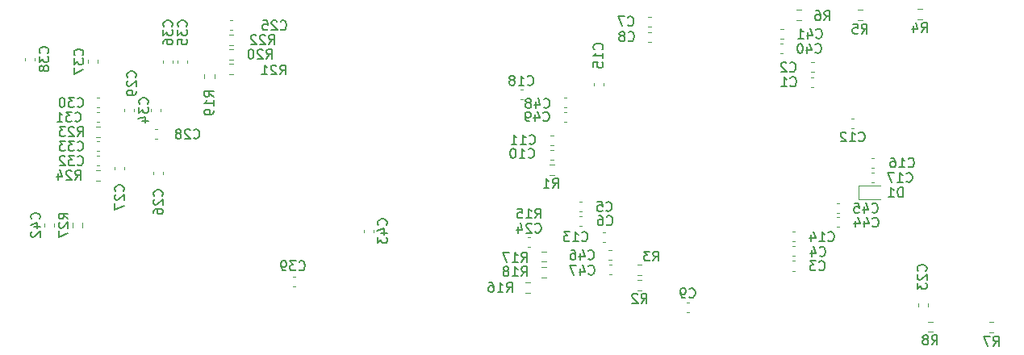
<source format=gbr>
%TF.GenerationSoftware,KiCad,Pcbnew,7.0.6-7.0.6~ubuntu20.04.1*%
%TF.CreationDate,2023-10-29T13:00:39+01:00*%
%TF.ProjectId,amurNutzlast,616d7572-4e75-4747-9a6c-6173742e6b69,rev?*%
%TF.SameCoordinates,Original*%
%TF.FileFunction,Legend,Bot*%
%TF.FilePolarity,Positive*%
%FSLAX46Y46*%
G04 Gerber Fmt 4.6, Leading zero omitted, Abs format (unit mm)*
G04 Created by KiCad (PCBNEW 7.0.6-7.0.6~ubuntu20.04.1) date 2023-10-29 13:00:39*
%MOMM*%
%LPD*%
G01*
G04 APERTURE LIST*
%ADD10C,0.150000*%
%ADD11C,0.120000*%
G04 APERTURE END LIST*
D10*
X145592857Y-55959580D02*
X145640476Y-56007200D01*
X145640476Y-56007200D02*
X145783333Y-56054819D01*
X145783333Y-56054819D02*
X145878571Y-56054819D01*
X145878571Y-56054819D02*
X146021428Y-56007200D01*
X146021428Y-56007200D02*
X146116666Y-55911961D01*
X146116666Y-55911961D02*
X146164285Y-55816723D01*
X146164285Y-55816723D02*
X146211904Y-55626247D01*
X146211904Y-55626247D02*
X146211904Y-55483390D01*
X146211904Y-55483390D02*
X146164285Y-55292914D01*
X146164285Y-55292914D02*
X146116666Y-55197676D01*
X146116666Y-55197676D02*
X146021428Y-55102438D01*
X146021428Y-55102438D02*
X145878571Y-55054819D01*
X145878571Y-55054819D02*
X145783333Y-55054819D01*
X145783333Y-55054819D02*
X145640476Y-55102438D01*
X145640476Y-55102438D02*
X145592857Y-55150057D01*
X144735714Y-55388152D02*
X144735714Y-56054819D01*
X144973809Y-55007200D02*
X145211904Y-55721485D01*
X145211904Y-55721485D02*
X144592857Y-55721485D01*
X143783333Y-55388152D02*
X143783333Y-56054819D01*
X144021428Y-55007200D02*
X144259523Y-55721485D01*
X144259523Y-55721485D02*
X143640476Y-55721485D01*
X73571580Y-35003142D02*
X73619200Y-34955523D01*
X73619200Y-34955523D02*
X73666819Y-34812666D01*
X73666819Y-34812666D02*
X73666819Y-34717428D01*
X73666819Y-34717428D02*
X73619200Y-34574571D01*
X73619200Y-34574571D02*
X73523961Y-34479333D01*
X73523961Y-34479333D02*
X73428723Y-34431714D01*
X73428723Y-34431714D02*
X73238247Y-34384095D01*
X73238247Y-34384095D02*
X73095390Y-34384095D01*
X73095390Y-34384095D02*
X72904914Y-34431714D01*
X72904914Y-34431714D02*
X72809676Y-34479333D01*
X72809676Y-34479333D02*
X72714438Y-34574571D01*
X72714438Y-34574571D02*
X72666819Y-34717428D01*
X72666819Y-34717428D02*
X72666819Y-34812666D01*
X72666819Y-34812666D02*
X72714438Y-34955523D01*
X72714438Y-34955523D02*
X72762057Y-35003142D01*
X72666819Y-35336476D02*
X72666819Y-35955523D01*
X72666819Y-35955523D02*
X73047771Y-35622190D01*
X73047771Y-35622190D02*
X73047771Y-35765047D01*
X73047771Y-35765047D02*
X73095390Y-35860285D01*
X73095390Y-35860285D02*
X73143009Y-35907904D01*
X73143009Y-35907904D02*
X73238247Y-35955523D01*
X73238247Y-35955523D02*
X73476342Y-35955523D01*
X73476342Y-35955523D02*
X73571580Y-35907904D01*
X73571580Y-35907904D02*
X73619200Y-35860285D01*
X73619200Y-35860285D02*
X73666819Y-35765047D01*
X73666819Y-35765047D02*
X73666819Y-35479333D01*
X73666819Y-35479333D02*
X73619200Y-35384095D01*
X73619200Y-35384095D02*
X73571580Y-35336476D01*
X72666819Y-36860285D02*
X72666819Y-36384095D01*
X72666819Y-36384095D02*
X73143009Y-36336476D01*
X73143009Y-36336476D02*
X73095390Y-36384095D01*
X73095390Y-36384095D02*
X73047771Y-36479333D01*
X73047771Y-36479333D02*
X73047771Y-36717428D01*
X73047771Y-36717428D02*
X73095390Y-36812666D01*
X73095390Y-36812666D02*
X73143009Y-36860285D01*
X73143009Y-36860285D02*
X73238247Y-36907904D01*
X73238247Y-36907904D02*
X73476342Y-36907904D01*
X73476342Y-36907904D02*
X73571580Y-36860285D01*
X73571580Y-36860285D02*
X73619200Y-36812666D01*
X73619200Y-36812666D02*
X73666819Y-36717428D01*
X73666819Y-36717428D02*
X73666819Y-36479333D01*
X73666819Y-36479333D02*
X73619200Y-36384095D01*
X73619200Y-36384095D02*
X73571580Y-36336476D01*
X136921082Y-39680291D02*
X136968701Y-39727911D01*
X136968701Y-39727911D02*
X137111558Y-39775530D01*
X137111558Y-39775530D02*
X137206796Y-39775530D01*
X137206796Y-39775530D02*
X137349653Y-39727911D01*
X137349653Y-39727911D02*
X137444891Y-39632672D01*
X137444891Y-39632672D02*
X137492510Y-39537434D01*
X137492510Y-39537434D02*
X137540129Y-39346958D01*
X137540129Y-39346958D02*
X137540129Y-39204101D01*
X137540129Y-39204101D02*
X137492510Y-39013625D01*
X137492510Y-39013625D02*
X137444891Y-38918387D01*
X137444891Y-38918387D02*
X137349653Y-38823149D01*
X137349653Y-38823149D02*
X137206796Y-38775530D01*
X137206796Y-38775530D02*
X137111558Y-38775530D01*
X137111558Y-38775530D02*
X136968701Y-38823149D01*
X136968701Y-38823149D02*
X136921082Y-38870768D01*
X136540129Y-38870768D02*
X136492510Y-38823149D01*
X136492510Y-38823149D02*
X136397272Y-38775530D01*
X136397272Y-38775530D02*
X136159177Y-38775530D01*
X136159177Y-38775530D02*
X136063939Y-38823149D01*
X136063939Y-38823149D02*
X136016320Y-38870768D01*
X136016320Y-38870768D02*
X135968701Y-38966006D01*
X135968701Y-38966006D02*
X135968701Y-39061244D01*
X135968701Y-39061244D02*
X136016320Y-39204101D01*
X136016320Y-39204101D02*
X136587748Y-39775530D01*
X136587748Y-39775530D02*
X135968701Y-39775530D01*
X149142857Y-51259580D02*
X149190476Y-51307200D01*
X149190476Y-51307200D02*
X149333333Y-51354819D01*
X149333333Y-51354819D02*
X149428571Y-51354819D01*
X149428571Y-51354819D02*
X149571428Y-51307200D01*
X149571428Y-51307200D02*
X149666666Y-51211961D01*
X149666666Y-51211961D02*
X149714285Y-51116723D01*
X149714285Y-51116723D02*
X149761904Y-50926247D01*
X149761904Y-50926247D02*
X149761904Y-50783390D01*
X149761904Y-50783390D02*
X149714285Y-50592914D01*
X149714285Y-50592914D02*
X149666666Y-50497676D01*
X149666666Y-50497676D02*
X149571428Y-50402438D01*
X149571428Y-50402438D02*
X149428571Y-50354819D01*
X149428571Y-50354819D02*
X149333333Y-50354819D01*
X149333333Y-50354819D02*
X149190476Y-50402438D01*
X149190476Y-50402438D02*
X149142857Y-50450057D01*
X148190476Y-51354819D02*
X148761904Y-51354819D01*
X148476190Y-51354819D02*
X148476190Y-50354819D01*
X148476190Y-50354819D02*
X148571428Y-50497676D01*
X148571428Y-50497676D02*
X148666666Y-50592914D01*
X148666666Y-50592914D02*
X148761904Y-50640533D01*
X147857142Y-50354819D02*
X147190476Y-50354819D01*
X147190476Y-50354819D02*
X147619047Y-51354819D01*
X62701580Y-38023142D02*
X62749200Y-37975523D01*
X62749200Y-37975523D02*
X62796819Y-37832666D01*
X62796819Y-37832666D02*
X62796819Y-37737428D01*
X62796819Y-37737428D02*
X62749200Y-37594571D01*
X62749200Y-37594571D02*
X62653961Y-37499333D01*
X62653961Y-37499333D02*
X62558723Y-37451714D01*
X62558723Y-37451714D02*
X62368247Y-37404095D01*
X62368247Y-37404095D02*
X62225390Y-37404095D01*
X62225390Y-37404095D02*
X62034914Y-37451714D01*
X62034914Y-37451714D02*
X61939676Y-37499333D01*
X61939676Y-37499333D02*
X61844438Y-37594571D01*
X61844438Y-37594571D02*
X61796819Y-37737428D01*
X61796819Y-37737428D02*
X61796819Y-37832666D01*
X61796819Y-37832666D02*
X61844438Y-37975523D01*
X61844438Y-37975523D02*
X61892057Y-38023142D01*
X61796819Y-38356476D02*
X61796819Y-38975523D01*
X61796819Y-38975523D02*
X62177771Y-38642190D01*
X62177771Y-38642190D02*
X62177771Y-38785047D01*
X62177771Y-38785047D02*
X62225390Y-38880285D01*
X62225390Y-38880285D02*
X62273009Y-38927904D01*
X62273009Y-38927904D02*
X62368247Y-38975523D01*
X62368247Y-38975523D02*
X62606342Y-38975523D01*
X62606342Y-38975523D02*
X62701580Y-38927904D01*
X62701580Y-38927904D02*
X62749200Y-38880285D01*
X62749200Y-38880285D02*
X62796819Y-38785047D01*
X62796819Y-38785047D02*
X62796819Y-38499333D01*
X62796819Y-38499333D02*
X62749200Y-38404095D01*
X62749200Y-38404095D02*
X62701580Y-38356476D01*
X61796819Y-39308857D02*
X61796819Y-39975523D01*
X61796819Y-39975523D02*
X62796819Y-39546952D01*
X119916666Y-34859580D02*
X119964285Y-34907200D01*
X119964285Y-34907200D02*
X120107142Y-34954819D01*
X120107142Y-34954819D02*
X120202380Y-34954819D01*
X120202380Y-34954819D02*
X120345237Y-34907200D01*
X120345237Y-34907200D02*
X120440475Y-34811961D01*
X120440475Y-34811961D02*
X120488094Y-34716723D01*
X120488094Y-34716723D02*
X120535713Y-34526247D01*
X120535713Y-34526247D02*
X120535713Y-34383390D01*
X120535713Y-34383390D02*
X120488094Y-34192914D01*
X120488094Y-34192914D02*
X120440475Y-34097676D01*
X120440475Y-34097676D02*
X120345237Y-34002438D01*
X120345237Y-34002438D02*
X120202380Y-33954819D01*
X120202380Y-33954819D02*
X120107142Y-33954819D01*
X120107142Y-33954819D02*
X119964285Y-34002438D01*
X119964285Y-34002438D02*
X119916666Y-34050057D01*
X119583332Y-33954819D02*
X118916666Y-33954819D01*
X118916666Y-33954819D02*
X119345237Y-34954819D01*
X82236857Y-36862819D02*
X82570190Y-36386628D01*
X82808285Y-36862819D02*
X82808285Y-35862819D01*
X82808285Y-35862819D02*
X82427333Y-35862819D01*
X82427333Y-35862819D02*
X82332095Y-35910438D01*
X82332095Y-35910438D02*
X82284476Y-35958057D01*
X82284476Y-35958057D02*
X82236857Y-36053295D01*
X82236857Y-36053295D02*
X82236857Y-36196152D01*
X82236857Y-36196152D02*
X82284476Y-36291390D01*
X82284476Y-36291390D02*
X82332095Y-36339009D01*
X82332095Y-36339009D02*
X82427333Y-36386628D01*
X82427333Y-36386628D02*
X82808285Y-36386628D01*
X81855904Y-35958057D02*
X81808285Y-35910438D01*
X81808285Y-35910438D02*
X81713047Y-35862819D01*
X81713047Y-35862819D02*
X81474952Y-35862819D01*
X81474952Y-35862819D02*
X81379714Y-35910438D01*
X81379714Y-35910438D02*
X81332095Y-35958057D01*
X81332095Y-35958057D02*
X81284476Y-36053295D01*
X81284476Y-36053295D02*
X81284476Y-36148533D01*
X81284476Y-36148533D02*
X81332095Y-36291390D01*
X81332095Y-36291390D02*
X81903523Y-36862819D01*
X81903523Y-36862819D02*
X81284476Y-36862819D01*
X80903523Y-35958057D02*
X80855904Y-35910438D01*
X80855904Y-35910438D02*
X80760666Y-35862819D01*
X80760666Y-35862819D02*
X80522571Y-35862819D01*
X80522571Y-35862819D02*
X80427333Y-35910438D01*
X80427333Y-35910438D02*
X80379714Y-35958057D01*
X80379714Y-35958057D02*
X80332095Y-36053295D01*
X80332095Y-36053295D02*
X80332095Y-36148533D01*
X80332095Y-36148533D02*
X80379714Y-36291390D01*
X80379714Y-36291390D02*
X80951142Y-36862819D01*
X80951142Y-36862819D02*
X80332095Y-36862819D01*
X62170857Y-47943580D02*
X62218476Y-47991200D01*
X62218476Y-47991200D02*
X62361333Y-48038819D01*
X62361333Y-48038819D02*
X62456571Y-48038819D01*
X62456571Y-48038819D02*
X62599428Y-47991200D01*
X62599428Y-47991200D02*
X62694666Y-47895961D01*
X62694666Y-47895961D02*
X62742285Y-47800723D01*
X62742285Y-47800723D02*
X62789904Y-47610247D01*
X62789904Y-47610247D02*
X62789904Y-47467390D01*
X62789904Y-47467390D02*
X62742285Y-47276914D01*
X62742285Y-47276914D02*
X62694666Y-47181676D01*
X62694666Y-47181676D02*
X62599428Y-47086438D01*
X62599428Y-47086438D02*
X62456571Y-47038819D01*
X62456571Y-47038819D02*
X62361333Y-47038819D01*
X62361333Y-47038819D02*
X62218476Y-47086438D01*
X62218476Y-47086438D02*
X62170857Y-47134057D01*
X61837523Y-47038819D02*
X61218476Y-47038819D01*
X61218476Y-47038819D02*
X61551809Y-47419771D01*
X61551809Y-47419771D02*
X61408952Y-47419771D01*
X61408952Y-47419771D02*
X61313714Y-47467390D01*
X61313714Y-47467390D02*
X61266095Y-47515009D01*
X61266095Y-47515009D02*
X61218476Y-47610247D01*
X61218476Y-47610247D02*
X61218476Y-47848342D01*
X61218476Y-47848342D02*
X61266095Y-47943580D01*
X61266095Y-47943580D02*
X61313714Y-47991200D01*
X61313714Y-47991200D02*
X61408952Y-48038819D01*
X61408952Y-48038819D02*
X61694666Y-48038819D01*
X61694666Y-48038819D02*
X61789904Y-47991200D01*
X61789904Y-47991200D02*
X61837523Y-47943580D01*
X60885142Y-47038819D02*
X60266095Y-47038819D01*
X60266095Y-47038819D02*
X60599428Y-47419771D01*
X60599428Y-47419771D02*
X60456571Y-47419771D01*
X60456571Y-47419771D02*
X60361333Y-47467390D01*
X60361333Y-47467390D02*
X60313714Y-47515009D01*
X60313714Y-47515009D02*
X60266095Y-47610247D01*
X60266095Y-47610247D02*
X60266095Y-47848342D01*
X60266095Y-47848342D02*
X60313714Y-47943580D01*
X60313714Y-47943580D02*
X60361333Y-47991200D01*
X60361333Y-47991200D02*
X60456571Y-48038819D01*
X60456571Y-48038819D02*
X60742285Y-48038819D01*
X60742285Y-48038819D02*
X60837523Y-47991200D01*
X60837523Y-47991200D02*
X60885142Y-47943580D01*
X81982857Y-38386819D02*
X82316190Y-37910628D01*
X82554285Y-38386819D02*
X82554285Y-37386819D01*
X82554285Y-37386819D02*
X82173333Y-37386819D01*
X82173333Y-37386819D02*
X82078095Y-37434438D01*
X82078095Y-37434438D02*
X82030476Y-37482057D01*
X82030476Y-37482057D02*
X81982857Y-37577295D01*
X81982857Y-37577295D02*
X81982857Y-37720152D01*
X81982857Y-37720152D02*
X82030476Y-37815390D01*
X82030476Y-37815390D02*
X82078095Y-37863009D01*
X82078095Y-37863009D02*
X82173333Y-37910628D01*
X82173333Y-37910628D02*
X82554285Y-37910628D01*
X81601904Y-37482057D02*
X81554285Y-37434438D01*
X81554285Y-37434438D02*
X81459047Y-37386819D01*
X81459047Y-37386819D02*
X81220952Y-37386819D01*
X81220952Y-37386819D02*
X81125714Y-37434438D01*
X81125714Y-37434438D02*
X81078095Y-37482057D01*
X81078095Y-37482057D02*
X81030476Y-37577295D01*
X81030476Y-37577295D02*
X81030476Y-37672533D01*
X81030476Y-37672533D02*
X81078095Y-37815390D01*
X81078095Y-37815390D02*
X81649523Y-38386819D01*
X81649523Y-38386819D02*
X81030476Y-38386819D01*
X80411428Y-37386819D02*
X80316190Y-37386819D01*
X80316190Y-37386819D02*
X80220952Y-37434438D01*
X80220952Y-37434438D02*
X80173333Y-37482057D01*
X80173333Y-37482057D02*
X80125714Y-37577295D01*
X80125714Y-37577295D02*
X80078095Y-37767771D01*
X80078095Y-37767771D02*
X80078095Y-38005866D01*
X80078095Y-38005866D02*
X80125714Y-38196342D01*
X80125714Y-38196342D02*
X80173333Y-38291580D01*
X80173333Y-38291580D02*
X80220952Y-38339200D01*
X80220952Y-38339200D02*
X80316190Y-38386819D01*
X80316190Y-38386819D02*
X80411428Y-38386819D01*
X80411428Y-38386819D02*
X80506666Y-38339200D01*
X80506666Y-38339200D02*
X80554285Y-38291580D01*
X80554285Y-38291580D02*
X80601904Y-38196342D01*
X80601904Y-38196342D02*
X80649523Y-38005866D01*
X80649523Y-38005866D02*
X80649523Y-37767771D01*
X80649523Y-37767771D02*
X80601904Y-37577295D01*
X80601904Y-37577295D02*
X80554285Y-37482057D01*
X80554285Y-37482057D02*
X80506666Y-37434438D01*
X80506666Y-37434438D02*
X80411428Y-37386819D01*
X140516666Y-34354819D02*
X140849999Y-33878628D01*
X141088094Y-34354819D02*
X141088094Y-33354819D01*
X141088094Y-33354819D02*
X140707142Y-33354819D01*
X140707142Y-33354819D02*
X140611904Y-33402438D01*
X140611904Y-33402438D02*
X140564285Y-33450057D01*
X140564285Y-33450057D02*
X140516666Y-33545295D01*
X140516666Y-33545295D02*
X140516666Y-33688152D01*
X140516666Y-33688152D02*
X140564285Y-33783390D01*
X140564285Y-33783390D02*
X140611904Y-33831009D01*
X140611904Y-33831009D02*
X140707142Y-33878628D01*
X140707142Y-33878628D02*
X141088094Y-33878628D01*
X139659523Y-33354819D02*
X139849999Y-33354819D01*
X139849999Y-33354819D02*
X139945237Y-33402438D01*
X139945237Y-33402438D02*
X139992856Y-33450057D01*
X139992856Y-33450057D02*
X140088094Y-33592914D01*
X140088094Y-33592914D02*
X140135713Y-33783390D01*
X140135713Y-33783390D02*
X140135713Y-34164342D01*
X140135713Y-34164342D02*
X140088094Y-34259580D01*
X140088094Y-34259580D02*
X140040475Y-34307200D01*
X140040475Y-34307200D02*
X139945237Y-34354819D01*
X139945237Y-34354819D02*
X139754761Y-34354819D01*
X139754761Y-34354819D02*
X139659523Y-34307200D01*
X139659523Y-34307200D02*
X139611904Y-34259580D01*
X139611904Y-34259580D02*
X139564285Y-34164342D01*
X139564285Y-34164342D02*
X139564285Y-33926247D01*
X139564285Y-33926247D02*
X139611904Y-33831009D01*
X139611904Y-33831009D02*
X139659523Y-33783390D01*
X139659523Y-33783390D02*
X139754761Y-33735771D01*
X139754761Y-33735771D02*
X139945237Y-33735771D01*
X139945237Y-33735771D02*
X140040475Y-33783390D01*
X140040475Y-33783390D02*
X140088094Y-33831009D01*
X140088094Y-33831009D02*
X140135713Y-33926247D01*
X150716666Y-35604819D02*
X151049999Y-35128628D01*
X151288094Y-35604819D02*
X151288094Y-34604819D01*
X151288094Y-34604819D02*
X150907142Y-34604819D01*
X150907142Y-34604819D02*
X150811904Y-34652438D01*
X150811904Y-34652438D02*
X150764285Y-34700057D01*
X150764285Y-34700057D02*
X150716666Y-34795295D01*
X150716666Y-34795295D02*
X150716666Y-34938152D01*
X150716666Y-34938152D02*
X150764285Y-35033390D01*
X150764285Y-35033390D02*
X150811904Y-35081009D01*
X150811904Y-35081009D02*
X150907142Y-35128628D01*
X150907142Y-35128628D02*
X151288094Y-35128628D01*
X149859523Y-34938152D02*
X149859523Y-35604819D01*
X150097618Y-34557200D02*
X150335713Y-35271485D01*
X150335713Y-35271485D02*
X149716666Y-35271485D01*
X83417857Y-40054819D02*
X83751190Y-39578628D01*
X83989285Y-40054819D02*
X83989285Y-39054819D01*
X83989285Y-39054819D02*
X83608333Y-39054819D01*
X83608333Y-39054819D02*
X83513095Y-39102438D01*
X83513095Y-39102438D02*
X83465476Y-39150057D01*
X83465476Y-39150057D02*
X83417857Y-39245295D01*
X83417857Y-39245295D02*
X83417857Y-39388152D01*
X83417857Y-39388152D02*
X83465476Y-39483390D01*
X83465476Y-39483390D02*
X83513095Y-39531009D01*
X83513095Y-39531009D02*
X83608333Y-39578628D01*
X83608333Y-39578628D02*
X83989285Y-39578628D01*
X83036904Y-39150057D02*
X82989285Y-39102438D01*
X82989285Y-39102438D02*
X82894047Y-39054819D01*
X82894047Y-39054819D02*
X82655952Y-39054819D01*
X82655952Y-39054819D02*
X82560714Y-39102438D01*
X82560714Y-39102438D02*
X82513095Y-39150057D01*
X82513095Y-39150057D02*
X82465476Y-39245295D01*
X82465476Y-39245295D02*
X82465476Y-39340533D01*
X82465476Y-39340533D02*
X82513095Y-39483390D01*
X82513095Y-39483390D02*
X83084523Y-40054819D01*
X83084523Y-40054819D02*
X82465476Y-40054819D01*
X81513095Y-40054819D02*
X82084523Y-40054819D01*
X81798809Y-40054819D02*
X81798809Y-39054819D01*
X81798809Y-39054819D02*
X81894047Y-39197676D01*
X81894047Y-39197676D02*
X81989285Y-39292914D01*
X81989285Y-39292914D02*
X82084523Y-39340533D01*
X110192857Y-55124819D02*
X110526190Y-54648628D01*
X110764285Y-55124819D02*
X110764285Y-54124819D01*
X110764285Y-54124819D02*
X110383333Y-54124819D01*
X110383333Y-54124819D02*
X110288095Y-54172438D01*
X110288095Y-54172438D02*
X110240476Y-54220057D01*
X110240476Y-54220057D02*
X110192857Y-54315295D01*
X110192857Y-54315295D02*
X110192857Y-54458152D01*
X110192857Y-54458152D02*
X110240476Y-54553390D01*
X110240476Y-54553390D02*
X110288095Y-54601009D01*
X110288095Y-54601009D02*
X110383333Y-54648628D01*
X110383333Y-54648628D02*
X110764285Y-54648628D01*
X109240476Y-55124819D02*
X109811904Y-55124819D01*
X109526190Y-55124819D02*
X109526190Y-54124819D01*
X109526190Y-54124819D02*
X109621428Y-54267676D01*
X109621428Y-54267676D02*
X109716666Y-54362914D01*
X109716666Y-54362914D02*
X109811904Y-54410533D01*
X108335714Y-54124819D02*
X108811904Y-54124819D01*
X108811904Y-54124819D02*
X108859523Y-54601009D01*
X108859523Y-54601009D02*
X108811904Y-54553390D01*
X108811904Y-54553390D02*
X108716666Y-54505771D01*
X108716666Y-54505771D02*
X108478571Y-54505771D01*
X108478571Y-54505771D02*
X108383333Y-54553390D01*
X108383333Y-54553390D02*
X108335714Y-54601009D01*
X108335714Y-54601009D02*
X108288095Y-54696247D01*
X108288095Y-54696247D02*
X108288095Y-54934342D01*
X108288095Y-54934342D02*
X108335714Y-55029580D01*
X108335714Y-55029580D02*
X108383333Y-55077200D01*
X108383333Y-55077200D02*
X108478571Y-55124819D01*
X108478571Y-55124819D02*
X108716666Y-55124819D01*
X108716666Y-55124819D02*
X108811904Y-55077200D01*
X108811904Y-55077200D02*
X108859523Y-55029580D01*
X140942857Y-57459580D02*
X140990476Y-57507200D01*
X140990476Y-57507200D02*
X141133333Y-57554819D01*
X141133333Y-57554819D02*
X141228571Y-57554819D01*
X141228571Y-57554819D02*
X141371428Y-57507200D01*
X141371428Y-57507200D02*
X141466666Y-57411961D01*
X141466666Y-57411961D02*
X141514285Y-57316723D01*
X141514285Y-57316723D02*
X141561904Y-57126247D01*
X141561904Y-57126247D02*
X141561904Y-56983390D01*
X141561904Y-56983390D02*
X141514285Y-56792914D01*
X141514285Y-56792914D02*
X141466666Y-56697676D01*
X141466666Y-56697676D02*
X141371428Y-56602438D01*
X141371428Y-56602438D02*
X141228571Y-56554819D01*
X141228571Y-56554819D02*
X141133333Y-56554819D01*
X141133333Y-56554819D02*
X140990476Y-56602438D01*
X140990476Y-56602438D02*
X140942857Y-56650057D01*
X139990476Y-57554819D02*
X140561904Y-57554819D01*
X140276190Y-57554819D02*
X140276190Y-56554819D01*
X140276190Y-56554819D02*
X140371428Y-56697676D01*
X140371428Y-56697676D02*
X140466666Y-56792914D01*
X140466666Y-56792914D02*
X140561904Y-56840533D01*
X139133333Y-56888152D02*
X139133333Y-57554819D01*
X139371428Y-56507200D02*
X139609523Y-57221485D01*
X139609523Y-57221485D02*
X138990476Y-57221485D01*
X158256666Y-68517319D02*
X158589999Y-68041128D01*
X158828094Y-68517319D02*
X158828094Y-67517319D01*
X158828094Y-67517319D02*
X158447142Y-67517319D01*
X158447142Y-67517319D02*
X158351904Y-67564938D01*
X158351904Y-67564938D02*
X158304285Y-67612557D01*
X158304285Y-67612557D02*
X158256666Y-67707795D01*
X158256666Y-67707795D02*
X158256666Y-67850652D01*
X158256666Y-67850652D02*
X158304285Y-67945890D01*
X158304285Y-67945890D02*
X158351904Y-67993509D01*
X158351904Y-67993509D02*
X158447142Y-68041128D01*
X158447142Y-68041128D02*
X158828094Y-68041128D01*
X157923332Y-67517319D02*
X157256666Y-67517319D01*
X157256666Y-67517319D02*
X157685237Y-68517319D01*
X107192857Y-62854819D02*
X107526190Y-62378628D01*
X107764285Y-62854819D02*
X107764285Y-61854819D01*
X107764285Y-61854819D02*
X107383333Y-61854819D01*
X107383333Y-61854819D02*
X107288095Y-61902438D01*
X107288095Y-61902438D02*
X107240476Y-61950057D01*
X107240476Y-61950057D02*
X107192857Y-62045295D01*
X107192857Y-62045295D02*
X107192857Y-62188152D01*
X107192857Y-62188152D02*
X107240476Y-62283390D01*
X107240476Y-62283390D02*
X107288095Y-62331009D01*
X107288095Y-62331009D02*
X107383333Y-62378628D01*
X107383333Y-62378628D02*
X107764285Y-62378628D01*
X106240476Y-62854819D02*
X106811904Y-62854819D01*
X106526190Y-62854819D02*
X106526190Y-61854819D01*
X106526190Y-61854819D02*
X106621428Y-61997676D01*
X106621428Y-61997676D02*
X106716666Y-62092914D01*
X106716666Y-62092914D02*
X106811904Y-62140533D01*
X105383333Y-61854819D02*
X105573809Y-61854819D01*
X105573809Y-61854819D02*
X105669047Y-61902438D01*
X105669047Y-61902438D02*
X105716666Y-61950057D01*
X105716666Y-61950057D02*
X105811904Y-62092914D01*
X105811904Y-62092914D02*
X105859523Y-62283390D01*
X105859523Y-62283390D02*
X105859523Y-62664342D01*
X105859523Y-62664342D02*
X105811904Y-62759580D01*
X105811904Y-62759580D02*
X105764285Y-62807200D01*
X105764285Y-62807200D02*
X105669047Y-62854819D01*
X105669047Y-62854819D02*
X105478571Y-62854819D01*
X105478571Y-62854819D02*
X105383333Y-62807200D01*
X105383333Y-62807200D02*
X105335714Y-62759580D01*
X105335714Y-62759580D02*
X105288095Y-62664342D01*
X105288095Y-62664342D02*
X105288095Y-62426247D01*
X105288095Y-62426247D02*
X105335714Y-62331009D01*
X105335714Y-62331009D02*
X105383333Y-62283390D01*
X105383333Y-62283390D02*
X105478571Y-62235771D01*
X105478571Y-62235771D02*
X105669047Y-62235771D01*
X105669047Y-62235771D02*
X105764285Y-62283390D01*
X105764285Y-62283390D02*
X105811904Y-62331009D01*
X105811904Y-62331009D02*
X105859523Y-62426247D01*
X109587653Y-47274225D02*
X109635272Y-47321845D01*
X109635272Y-47321845D02*
X109778129Y-47369464D01*
X109778129Y-47369464D02*
X109873367Y-47369464D01*
X109873367Y-47369464D02*
X110016224Y-47321845D01*
X110016224Y-47321845D02*
X110111462Y-47226606D01*
X110111462Y-47226606D02*
X110159081Y-47131368D01*
X110159081Y-47131368D02*
X110206700Y-46940892D01*
X110206700Y-46940892D02*
X110206700Y-46798035D01*
X110206700Y-46798035D02*
X110159081Y-46607559D01*
X110159081Y-46607559D02*
X110111462Y-46512321D01*
X110111462Y-46512321D02*
X110016224Y-46417083D01*
X110016224Y-46417083D02*
X109873367Y-46369464D01*
X109873367Y-46369464D02*
X109778129Y-46369464D01*
X109778129Y-46369464D02*
X109635272Y-46417083D01*
X109635272Y-46417083D02*
X109587653Y-46464702D01*
X108635272Y-47369464D02*
X109206700Y-47369464D01*
X108920986Y-47369464D02*
X108920986Y-46369464D01*
X108920986Y-46369464D02*
X109016224Y-46512321D01*
X109016224Y-46512321D02*
X109111462Y-46607559D01*
X109111462Y-46607559D02*
X109206700Y-46655178D01*
X107682891Y-47369464D02*
X108254319Y-47369464D01*
X107968605Y-47369464D02*
X107968605Y-46369464D01*
X107968605Y-46369464D02*
X108063843Y-46512321D01*
X108063843Y-46512321D02*
X108159081Y-46607559D01*
X108159081Y-46607559D02*
X108254319Y-46655178D01*
X117626895Y-54294935D02*
X117674514Y-54342555D01*
X117674514Y-54342555D02*
X117817371Y-54390174D01*
X117817371Y-54390174D02*
X117912609Y-54390174D01*
X117912609Y-54390174D02*
X118055466Y-54342555D01*
X118055466Y-54342555D02*
X118150704Y-54247316D01*
X118150704Y-54247316D02*
X118198323Y-54152078D01*
X118198323Y-54152078D02*
X118245942Y-53961602D01*
X118245942Y-53961602D02*
X118245942Y-53818745D01*
X118245942Y-53818745D02*
X118198323Y-53628269D01*
X118198323Y-53628269D02*
X118150704Y-53533031D01*
X118150704Y-53533031D02*
X118055466Y-53437793D01*
X118055466Y-53437793D02*
X117912609Y-53390174D01*
X117912609Y-53390174D02*
X117817371Y-53390174D01*
X117817371Y-53390174D02*
X117674514Y-53437793D01*
X117674514Y-53437793D02*
X117626895Y-53485412D01*
X116722133Y-53390174D02*
X117198323Y-53390174D01*
X117198323Y-53390174D02*
X117245942Y-53866364D01*
X117245942Y-53866364D02*
X117198323Y-53818745D01*
X117198323Y-53818745D02*
X117103085Y-53771126D01*
X117103085Y-53771126D02*
X116864990Y-53771126D01*
X116864990Y-53771126D02*
X116769752Y-53818745D01*
X116769752Y-53818745D02*
X116722133Y-53866364D01*
X116722133Y-53866364D02*
X116674514Y-53961602D01*
X116674514Y-53961602D02*
X116674514Y-54199697D01*
X116674514Y-54199697D02*
X116722133Y-54294935D01*
X116722133Y-54294935D02*
X116769752Y-54342555D01*
X116769752Y-54342555D02*
X116864990Y-54390174D01*
X116864990Y-54390174D02*
X117103085Y-54390174D01*
X117103085Y-54390174D02*
X117198323Y-54342555D01*
X117198323Y-54342555D02*
X117245942Y-54294935D01*
X139667857Y-36159580D02*
X139715476Y-36207200D01*
X139715476Y-36207200D02*
X139858333Y-36254819D01*
X139858333Y-36254819D02*
X139953571Y-36254819D01*
X139953571Y-36254819D02*
X140096428Y-36207200D01*
X140096428Y-36207200D02*
X140191666Y-36111961D01*
X140191666Y-36111961D02*
X140239285Y-36016723D01*
X140239285Y-36016723D02*
X140286904Y-35826247D01*
X140286904Y-35826247D02*
X140286904Y-35683390D01*
X140286904Y-35683390D02*
X140239285Y-35492914D01*
X140239285Y-35492914D02*
X140191666Y-35397676D01*
X140191666Y-35397676D02*
X140096428Y-35302438D01*
X140096428Y-35302438D02*
X139953571Y-35254819D01*
X139953571Y-35254819D02*
X139858333Y-35254819D01*
X139858333Y-35254819D02*
X139715476Y-35302438D01*
X139715476Y-35302438D02*
X139667857Y-35350057D01*
X138810714Y-35588152D02*
X138810714Y-36254819D01*
X139048809Y-35207200D02*
X139286904Y-35921485D01*
X139286904Y-35921485D02*
X138667857Y-35921485D01*
X137763095Y-36254819D02*
X138334523Y-36254819D01*
X138048809Y-36254819D02*
X138048809Y-35254819D01*
X138048809Y-35254819D02*
X138144047Y-35397676D01*
X138144047Y-35397676D02*
X138239285Y-35492914D01*
X138239285Y-35492914D02*
X138334523Y-35540533D01*
X149342857Y-49699580D02*
X149390476Y-49747200D01*
X149390476Y-49747200D02*
X149533333Y-49794819D01*
X149533333Y-49794819D02*
X149628571Y-49794819D01*
X149628571Y-49794819D02*
X149771428Y-49747200D01*
X149771428Y-49747200D02*
X149866666Y-49651961D01*
X149866666Y-49651961D02*
X149914285Y-49556723D01*
X149914285Y-49556723D02*
X149961904Y-49366247D01*
X149961904Y-49366247D02*
X149961904Y-49223390D01*
X149961904Y-49223390D02*
X149914285Y-49032914D01*
X149914285Y-49032914D02*
X149866666Y-48937676D01*
X149866666Y-48937676D02*
X149771428Y-48842438D01*
X149771428Y-48842438D02*
X149628571Y-48794819D01*
X149628571Y-48794819D02*
X149533333Y-48794819D01*
X149533333Y-48794819D02*
X149390476Y-48842438D01*
X149390476Y-48842438D02*
X149342857Y-48890057D01*
X148390476Y-49794819D02*
X148961904Y-49794819D01*
X148676190Y-49794819D02*
X148676190Y-48794819D01*
X148676190Y-48794819D02*
X148771428Y-48937676D01*
X148771428Y-48937676D02*
X148866666Y-49032914D01*
X148866666Y-49032914D02*
X148961904Y-49080533D01*
X147533333Y-48794819D02*
X147723809Y-48794819D01*
X147723809Y-48794819D02*
X147819047Y-48842438D01*
X147819047Y-48842438D02*
X147866666Y-48890057D01*
X147866666Y-48890057D02*
X147961904Y-49032914D01*
X147961904Y-49032914D02*
X148009523Y-49223390D01*
X148009523Y-49223390D02*
X148009523Y-49604342D01*
X148009523Y-49604342D02*
X147961904Y-49699580D01*
X147961904Y-49699580D02*
X147914285Y-49747200D01*
X147914285Y-49747200D02*
X147819047Y-49794819D01*
X147819047Y-49794819D02*
X147628571Y-49794819D01*
X147628571Y-49794819D02*
X147533333Y-49747200D01*
X147533333Y-49747200D02*
X147485714Y-49699580D01*
X147485714Y-49699580D02*
X147438095Y-49604342D01*
X147438095Y-49604342D02*
X147438095Y-49366247D01*
X147438095Y-49366247D02*
X147485714Y-49271009D01*
X147485714Y-49271009D02*
X147533333Y-49223390D01*
X147533333Y-49223390D02*
X147628571Y-49175771D01*
X147628571Y-49175771D02*
X147819047Y-49175771D01*
X147819047Y-49175771D02*
X147914285Y-49223390D01*
X147914285Y-49223390D02*
X147961904Y-49271009D01*
X147961904Y-49271009D02*
X148009523Y-49366247D01*
X117209580Y-37407142D02*
X117257200Y-37359523D01*
X117257200Y-37359523D02*
X117304819Y-37216666D01*
X117304819Y-37216666D02*
X117304819Y-37121428D01*
X117304819Y-37121428D02*
X117257200Y-36978571D01*
X117257200Y-36978571D02*
X117161961Y-36883333D01*
X117161961Y-36883333D02*
X117066723Y-36835714D01*
X117066723Y-36835714D02*
X116876247Y-36788095D01*
X116876247Y-36788095D02*
X116733390Y-36788095D01*
X116733390Y-36788095D02*
X116542914Y-36835714D01*
X116542914Y-36835714D02*
X116447676Y-36883333D01*
X116447676Y-36883333D02*
X116352438Y-36978571D01*
X116352438Y-36978571D02*
X116304819Y-37121428D01*
X116304819Y-37121428D02*
X116304819Y-37216666D01*
X116304819Y-37216666D02*
X116352438Y-37359523D01*
X116352438Y-37359523D02*
X116400057Y-37407142D01*
X117304819Y-38359523D02*
X117304819Y-37788095D01*
X117304819Y-38073809D02*
X116304819Y-38073809D01*
X116304819Y-38073809D02*
X116447676Y-37978571D01*
X116447676Y-37978571D02*
X116542914Y-37883333D01*
X116542914Y-37883333D02*
X116590533Y-37788095D01*
X116304819Y-39264285D02*
X116304819Y-38788095D01*
X116304819Y-38788095D02*
X116781009Y-38740476D01*
X116781009Y-38740476D02*
X116733390Y-38788095D01*
X116733390Y-38788095D02*
X116685771Y-38883333D01*
X116685771Y-38883333D02*
X116685771Y-39121428D01*
X116685771Y-39121428D02*
X116733390Y-39216666D01*
X116733390Y-39216666D02*
X116781009Y-39264285D01*
X116781009Y-39264285D02*
X116876247Y-39311904D01*
X116876247Y-39311904D02*
X117114342Y-39311904D01*
X117114342Y-39311904D02*
X117209580Y-39264285D01*
X117209580Y-39264285D02*
X117257200Y-39216666D01*
X117257200Y-39216666D02*
X117304819Y-39121428D01*
X117304819Y-39121428D02*
X117304819Y-38883333D01*
X117304819Y-38883333D02*
X117257200Y-38788095D01*
X117257200Y-38788095D02*
X117209580Y-38740476D01*
X111092857Y-43459580D02*
X111140476Y-43507200D01*
X111140476Y-43507200D02*
X111283333Y-43554819D01*
X111283333Y-43554819D02*
X111378571Y-43554819D01*
X111378571Y-43554819D02*
X111521428Y-43507200D01*
X111521428Y-43507200D02*
X111616666Y-43411961D01*
X111616666Y-43411961D02*
X111664285Y-43316723D01*
X111664285Y-43316723D02*
X111711904Y-43126247D01*
X111711904Y-43126247D02*
X111711904Y-42983390D01*
X111711904Y-42983390D02*
X111664285Y-42792914D01*
X111664285Y-42792914D02*
X111616666Y-42697676D01*
X111616666Y-42697676D02*
X111521428Y-42602438D01*
X111521428Y-42602438D02*
X111378571Y-42554819D01*
X111378571Y-42554819D02*
X111283333Y-42554819D01*
X111283333Y-42554819D02*
X111140476Y-42602438D01*
X111140476Y-42602438D02*
X111092857Y-42650057D01*
X110235714Y-42888152D02*
X110235714Y-43554819D01*
X110473809Y-42507200D02*
X110711904Y-43221485D01*
X110711904Y-43221485D02*
X110092857Y-43221485D01*
X109569047Y-42983390D02*
X109664285Y-42935771D01*
X109664285Y-42935771D02*
X109711904Y-42888152D01*
X109711904Y-42888152D02*
X109759523Y-42792914D01*
X109759523Y-42792914D02*
X109759523Y-42745295D01*
X109759523Y-42745295D02*
X109711904Y-42650057D01*
X109711904Y-42650057D02*
X109664285Y-42602438D01*
X109664285Y-42602438D02*
X109569047Y-42554819D01*
X109569047Y-42554819D02*
X109378571Y-42554819D01*
X109378571Y-42554819D02*
X109283333Y-42602438D01*
X109283333Y-42602438D02*
X109235714Y-42650057D01*
X109235714Y-42650057D02*
X109188095Y-42745295D01*
X109188095Y-42745295D02*
X109188095Y-42792914D01*
X109188095Y-42792914D02*
X109235714Y-42888152D01*
X109235714Y-42888152D02*
X109283333Y-42935771D01*
X109283333Y-42935771D02*
X109378571Y-42983390D01*
X109378571Y-42983390D02*
X109569047Y-42983390D01*
X109569047Y-42983390D02*
X109664285Y-43031009D01*
X109664285Y-43031009D02*
X109711904Y-43078628D01*
X109711904Y-43078628D02*
X109759523Y-43173866D01*
X109759523Y-43173866D02*
X109759523Y-43364342D01*
X109759523Y-43364342D02*
X109711904Y-43459580D01*
X109711904Y-43459580D02*
X109664285Y-43507200D01*
X109664285Y-43507200D02*
X109569047Y-43554819D01*
X109569047Y-43554819D02*
X109378571Y-43554819D01*
X109378571Y-43554819D02*
X109283333Y-43507200D01*
X109283333Y-43507200D02*
X109235714Y-43459580D01*
X109235714Y-43459580D02*
X109188095Y-43364342D01*
X109188095Y-43364342D02*
X109188095Y-43173866D01*
X109188095Y-43173866D02*
X109235714Y-43078628D01*
X109235714Y-43078628D02*
X109283333Y-43031009D01*
X109283333Y-43031009D02*
X109378571Y-42983390D01*
X151806666Y-68397319D02*
X152139999Y-67921128D01*
X152378094Y-68397319D02*
X152378094Y-67397319D01*
X152378094Y-67397319D02*
X151997142Y-67397319D01*
X151997142Y-67397319D02*
X151901904Y-67444938D01*
X151901904Y-67444938D02*
X151854285Y-67492557D01*
X151854285Y-67492557D02*
X151806666Y-67587795D01*
X151806666Y-67587795D02*
X151806666Y-67730652D01*
X151806666Y-67730652D02*
X151854285Y-67825890D01*
X151854285Y-67825890D02*
X151901904Y-67873509D01*
X151901904Y-67873509D02*
X151997142Y-67921128D01*
X151997142Y-67921128D02*
X152378094Y-67921128D01*
X151235237Y-67825890D02*
X151330475Y-67778271D01*
X151330475Y-67778271D02*
X151378094Y-67730652D01*
X151378094Y-67730652D02*
X151425713Y-67635414D01*
X151425713Y-67635414D02*
X151425713Y-67587795D01*
X151425713Y-67587795D02*
X151378094Y-67492557D01*
X151378094Y-67492557D02*
X151330475Y-67444938D01*
X151330475Y-67444938D02*
X151235237Y-67397319D01*
X151235237Y-67397319D02*
X151044761Y-67397319D01*
X151044761Y-67397319D02*
X150949523Y-67444938D01*
X150949523Y-67444938D02*
X150901904Y-67492557D01*
X150901904Y-67492557D02*
X150854285Y-67587795D01*
X150854285Y-67587795D02*
X150854285Y-67635414D01*
X150854285Y-67635414D02*
X150901904Y-67730652D01*
X150901904Y-67730652D02*
X150949523Y-67778271D01*
X150949523Y-67778271D02*
X151044761Y-67825890D01*
X151044761Y-67825890D02*
X151235237Y-67825890D01*
X151235237Y-67825890D02*
X151330475Y-67873509D01*
X151330475Y-67873509D02*
X151378094Y-67921128D01*
X151378094Y-67921128D02*
X151425713Y-68016366D01*
X151425713Y-68016366D02*
X151425713Y-68206842D01*
X151425713Y-68206842D02*
X151378094Y-68302080D01*
X151378094Y-68302080D02*
X151330475Y-68349700D01*
X151330475Y-68349700D02*
X151235237Y-68397319D01*
X151235237Y-68397319D02*
X151044761Y-68397319D01*
X151044761Y-68397319D02*
X150949523Y-68349700D01*
X150949523Y-68349700D02*
X150901904Y-68302080D01*
X150901904Y-68302080D02*
X150854285Y-68206842D01*
X150854285Y-68206842D02*
X150854285Y-68016366D01*
X150854285Y-68016366D02*
X150901904Y-67921128D01*
X150901904Y-67921128D02*
X150949523Y-67873509D01*
X150949523Y-67873509D02*
X151044761Y-67825890D01*
X112016666Y-51954819D02*
X112349999Y-51478628D01*
X112588094Y-51954819D02*
X112588094Y-50954819D01*
X112588094Y-50954819D02*
X112207142Y-50954819D01*
X112207142Y-50954819D02*
X112111904Y-51002438D01*
X112111904Y-51002438D02*
X112064285Y-51050057D01*
X112064285Y-51050057D02*
X112016666Y-51145295D01*
X112016666Y-51145295D02*
X112016666Y-51288152D01*
X112016666Y-51288152D02*
X112064285Y-51383390D01*
X112064285Y-51383390D02*
X112111904Y-51431009D01*
X112111904Y-51431009D02*
X112207142Y-51478628D01*
X112207142Y-51478628D02*
X112588094Y-51478628D01*
X111064285Y-51954819D02*
X111635713Y-51954819D01*
X111349999Y-51954819D02*
X111349999Y-50954819D01*
X111349999Y-50954819D02*
X111445237Y-51097676D01*
X111445237Y-51097676D02*
X111540475Y-51192914D01*
X111540475Y-51192914D02*
X111635713Y-51240533D01*
X108742857Y-61204819D02*
X109076190Y-60728628D01*
X109314285Y-61204819D02*
X109314285Y-60204819D01*
X109314285Y-60204819D02*
X108933333Y-60204819D01*
X108933333Y-60204819D02*
X108838095Y-60252438D01*
X108838095Y-60252438D02*
X108790476Y-60300057D01*
X108790476Y-60300057D02*
X108742857Y-60395295D01*
X108742857Y-60395295D02*
X108742857Y-60538152D01*
X108742857Y-60538152D02*
X108790476Y-60633390D01*
X108790476Y-60633390D02*
X108838095Y-60681009D01*
X108838095Y-60681009D02*
X108933333Y-60728628D01*
X108933333Y-60728628D02*
X109314285Y-60728628D01*
X107790476Y-61204819D02*
X108361904Y-61204819D01*
X108076190Y-61204819D02*
X108076190Y-60204819D01*
X108076190Y-60204819D02*
X108171428Y-60347676D01*
X108171428Y-60347676D02*
X108266666Y-60442914D01*
X108266666Y-60442914D02*
X108361904Y-60490533D01*
X107219047Y-60633390D02*
X107314285Y-60585771D01*
X107314285Y-60585771D02*
X107361904Y-60538152D01*
X107361904Y-60538152D02*
X107409523Y-60442914D01*
X107409523Y-60442914D02*
X107409523Y-60395295D01*
X107409523Y-60395295D02*
X107361904Y-60300057D01*
X107361904Y-60300057D02*
X107314285Y-60252438D01*
X107314285Y-60252438D02*
X107219047Y-60204819D01*
X107219047Y-60204819D02*
X107028571Y-60204819D01*
X107028571Y-60204819D02*
X106933333Y-60252438D01*
X106933333Y-60252438D02*
X106885714Y-60300057D01*
X106885714Y-60300057D02*
X106838095Y-60395295D01*
X106838095Y-60395295D02*
X106838095Y-60442914D01*
X106838095Y-60442914D02*
X106885714Y-60538152D01*
X106885714Y-60538152D02*
X106933333Y-60585771D01*
X106933333Y-60585771D02*
X107028571Y-60633390D01*
X107028571Y-60633390D02*
X107219047Y-60633390D01*
X107219047Y-60633390D02*
X107314285Y-60681009D01*
X107314285Y-60681009D02*
X107361904Y-60728628D01*
X107361904Y-60728628D02*
X107409523Y-60823866D01*
X107409523Y-60823866D02*
X107409523Y-61014342D01*
X107409523Y-61014342D02*
X107361904Y-61109580D01*
X107361904Y-61109580D02*
X107314285Y-61157200D01*
X107314285Y-61157200D02*
X107219047Y-61204819D01*
X107219047Y-61204819D02*
X107028571Y-61204819D01*
X107028571Y-61204819D02*
X106933333Y-61157200D01*
X106933333Y-61157200D02*
X106885714Y-61109580D01*
X106885714Y-61109580D02*
X106838095Y-61014342D01*
X106838095Y-61014342D02*
X106838095Y-60823866D01*
X106838095Y-60823866D02*
X106885714Y-60728628D01*
X106885714Y-60728628D02*
X106933333Y-60681009D01*
X106933333Y-60681009D02*
X107028571Y-60633390D01*
X121316666Y-64034819D02*
X121649999Y-63558628D01*
X121888094Y-64034819D02*
X121888094Y-63034819D01*
X121888094Y-63034819D02*
X121507142Y-63034819D01*
X121507142Y-63034819D02*
X121411904Y-63082438D01*
X121411904Y-63082438D02*
X121364285Y-63130057D01*
X121364285Y-63130057D02*
X121316666Y-63225295D01*
X121316666Y-63225295D02*
X121316666Y-63368152D01*
X121316666Y-63368152D02*
X121364285Y-63463390D01*
X121364285Y-63463390D02*
X121411904Y-63511009D01*
X121411904Y-63511009D02*
X121507142Y-63558628D01*
X121507142Y-63558628D02*
X121888094Y-63558628D01*
X120935713Y-63130057D02*
X120888094Y-63082438D01*
X120888094Y-63082438D02*
X120792856Y-63034819D01*
X120792856Y-63034819D02*
X120554761Y-63034819D01*
X120554761Y-63034819D02*
X120459523Y-63082438D01*
X120459523Y-63082438D02*
X120411904Y-63130057D01*
X120411904Y-63130057D02*
X120364285Y-63225295D01*
X120364285Y-63225295D02*
X120364285Y-63320533D01*
X120364285Y-63320533D02*
X120411904Y-63463390D01*
X120411904Y-63463390D02*
X120983332Y-64034819D01*
X120983332Y-64034819D02*
X120364285Y-64034819D01*
X119966666Y-36459580D02*
X120014285Y-36507200D01*
X120014285Y-36507200D02*
X120157142Y-36554819D01*
X120157142Y-36554819D02*
X120252380Y-36554819D01*
X120252380Y-36554819D02*
X120395237Y-36507200D01*
X120395237Y-36507200D02*
X120490475Y-36411961D01*
X120490475Y-36411961D02*
X120538094Y-36316723D01*
X120538094Y-36316723D02*
X120585713Y-36126247D01*
X120585713Y-36126247D02*
X120585713Y-35983390D01*
X120585713Y-35983390D02*
X120538094Y-35792914D01*
X120538094Y-35792914D02*
X120490475Y-35697676D01*
X120490475Y-35697676D02*
X120395237Y-35602438D01*
X120395237Y-35602438D02*
X120252380Y-35554819D01*
X120252380Y-35554819D02*
X120157142Y-35554819D01*
X120157142Y-35554819D02*
X120014285Y-35602438D01*
X120014285Y-35602438D02*
X119966666Y-35650057D01*
X119395237Y-35983390D02*
X119490475Y-35935771D01*
X119490475Y-35935771D02*
X119538094Y-35888152D01*
X119538094Y-35888152D02*
X119585713Y-35792914D01*
X119585713Y-35792914D02*
X119585713Y-35745295D01*
X119585713Y-35745295D02*
X119538094Y-35650057D01*
X119538094Y-35650057D02*
X119490475Y-35602438D01*
X119490475Y-35602438D02*
X119395237Y-35554819D01*
X119395237Y-35554819D02*
X119204761Y-35554819D01*
X119204761Y-35554819D02*
X119109523Y-35602438D01*
X119109523Y-35602438D02*
X119061904Y-35650057D01*
X119061904Y-35650057D02*
X119014285Y-35745295D01*
X119014285Y-35745295D02*
X119014285Y-35792914D01*
X119014285Y-35792914D02*
X119061904Y-35888152D01*
X119061904Y-35888152D02*
X119109523Y-35935771D01*
X119109523Y-35935771D02*
X119204761Y-35983390D01*
X119204761Y-35983390D02*
X119395237Y-35983390D01*
X119395237Y-35983390D02*
X119490475Y-36031009D01*
X119490475Y-36031009D02*
X119538094Y-36078628D01*
X119538094Y-36078628D02*
X119585713Y-36173866D01*
X119585713Y-36173866D02*
X119585713Y-36364342D01*
X119585713Y-36364342D02*
X119538094Y-36459580D01*
X119538094Y-36459580D02*
X119490475Y-36507200D01*
X119490475Y-36507200D02*
X119395237Y-36554819D01*
X119395237Y-36554819D02*
X119204761Y-36554819D01*
X119204761Y-36554819D02*
X119109523Y-36507200D01*
X119109523Y-36507200D02*
X119061904Y-36459580D01*
X119061904Y-36459580D02*
X119014285Y-36364342D01*
X119014285Y-36364342D02*
X119014285Y-36173866D01*
X119014285Y-36173866D02*
X119061904Y-36078628D01*
X119061904Y-36078628D02*
X119109523Y-36031009D01*
X119109523Y-36031009D02*
X119204761Y-35983390D01*
X74362857Y-46673580D02*
X74410476Y-46721200D01*
X74410476Y-46721200D02*
X74553333Y-46768819D01*
X74553333Y-46768819D02*
X74648571Y-46768819D01*
X74648571Y-46768819D02*
X74791428Y-46721200D01*
X74791428Y-46721200D02*
X74886666Y-46625961D01*
X74886666Y-46625961D02*
X74934285Y-46530723D01*
X74934285Y-46530723D02*
X74981904Y-46340247D01*
X74981904Y-46340247D02*
X74981904Y-46197390D01*
X74981904Y-46197390D02*
X74934285Y-46006914D01*
X74934285Y-46006914D02*
X74886666Y-45911676D01*
X74886666Y-45911676D02*
X74791428Y-45816438D01*
X74791428Y-45816438D02*
X74648571Y-45768819D01*
X74648571Y-45768819D02*
X74553333Y-45768819D01*
X74553333Y-45768819D02*
X74410476Y-45816438D01*
X74410476Y-45816438D02*
X74362857Y-45864057D01*
X73981904Y-45864057D02*
X73934285Y-45816438D01*
X73934285Y-45816438D02*
X73839047Y-45768819D01*
X73839047Y-45768819D02*
X73600952Y-45768819D01*
X73600952Y-45768819D02*
X73505714Y-45816438D01*
X73505714Y-45816438D02*
X73458095Y-45864057D01*
X73458095Y-45864057D02*
X73410476Y-45959295D01*
X73410476Y-45959295D02*
X73410476Y-46054533D01*
X73410476Y-46054533D02*
X73458095Y-46197390D01*
X73458095Y-46197390D02*
X74029523Y-46768819D01*
X74029523Y-46768819D02*
X73410476Y-46768819D01*
X72839047Y-46197390D02*
X72934285Y-46149771D01*
X72934285Y-46149771D02*
X72981904Y-46102152D01*
X72981904Y-46102152D02*
X73029523Y-46006914D01*
X73029523Y-46006914D02*
X73029523Y-45959295D01*
X73029523Y-45959295D02*
X72981904Y-45864057D01*
X72981904Y-45864057D02*
X72934285Y-45816438D01*
X72934285Y-45816438D02*
X72839047Y-45768819D01*
X72839047Y-45768819D02*
X72648571Y-45768819D01*
X72648571Y-45768819D02*
X72553333Y-45816438D01*
X72553333Y-45816438D02*
X72505714Y-45864057D01*
X72505714Y-45864057D02*
X72458095Y-45959295D01*
X72458095Y-45959295D02*
X72458095Y-46006914D01*
X72458095Y-46006914D02*
X72505714Y-46102152D01*
X72505714Y-46102152D02*
X72553333Y-46149771D01*
X72553333Y-46149771D02*
X72648571Y-46197390D01*
X72648571Y-46197390D02*
X72839047Y-46197390D01*
X72839047Y-46197390D02*
X72934285Y-46245009D01*
X72934285Y-46245009D02*
X72981904Y-46292628D01*
X72981904Y-46292628D02*
X73029523Y-46387866D01*
X73029523Y-46387866D02*
X73029523Y-46578342D01*
X73029523Y-46578342D02*
X72981904Y-46673580D01*
X72981904Y-46673580D02*
X72934285Y-46721200D01*
X72934285Y-46721200D02*
X72839047Y-46768819D01*
X72839047Y-46768819D02*
X72648571Y-46768819D01*
X72648571Y-46768819D02*
X72553333Y-46721200D01*
X72553333Y-46721200D02*
X72505714Y-46673580D01*
X72505714Y-46673580D02*
X72458095Y-46578342D01*
X72458095Y-46578342D02*
X72458095Y-46387866D01*
X72458095Y-46387866D02*
X72505714Y-46292628D01*
X72505714Y-46292628D02*
X72553333Y-46245009D01*
X72553333Y-46245009D02*
X72648571Y-46197390D01*
X110192857Y-56559580D02*
X110240476Y-56607200D01*
X110240476Y-56607200D02*
X110383333Y-56654819D01*
X110383333Y-56654819D02*
X110478571Y-56654819D01*
X110478571Y-56654819D02*
X110621428Y-56607200D01*
X110621428Y-56607200D02*
X110716666Y-56511961D01*
X110716666Y-56511961D02*
X110764285Y-56416723D01*
X110764285Y-56416723D02*
X110811904Y-56226247D01*
X110811904Y-56226247D02*
X110811904Y-56083390D01*
X110811904Y-56083390D02*
X110764285Y-55892914D01*
X110764285Y-55892914D02*
X110716666Y-55797676D01*
X110716666Y-55797676D02*
X110621428Y-55702438D01*
X110621428Y-55702438D02*
X110478571Y-55654819D01*
X110478571Y-55654819D02*
X110383333Y-55654819D01*
X110383333Y-55654819D02*
X110240476Y-55702438D01*
X110240476Y-55702438D02*
X110192857Y-55750057D01*
X109811904Y-55750057D02*
X109764285Y-55702438D01*
X109764285Y-55702438D02*
X109669047Y-55654819D01*
X109669047Y-55654819D02*
X109430952Y-55654819D01*
X109430952Y-55654819D02*
X109335714Y-55702438D01*
X109335714Y-55702438D02*
X109288095Y-55750057D01*
X109288095Y-55750057D02*
X109240476Y-55845295D01*
X109240476Y-55845295D02*
X109240476Y-55940533D01*
X109240476Y-55940533D02*
X109288095Y-56083390D01*
X109288095Y-56083390D02*
X109859523Y-56654819D01*
X109859523Y-56654819D02*
X109240476Y-56654819D01*
X108383333Y-55988152D02*
X108383333Y-56654819D01*
X108621428Y-55607200D02*
X108859523Y-56321485D01*
X108859523Y-56321485D02*
X108240476Y-56321485D01*
X62170857Y-46514819D02*
X62504190Y-46038628D01*
X62742285Y-46514819D02*
X62742285Y-45514819D01*
X62742285Y-45514819D02*
X62361333Y-45514819D01*
X62361333Y-45514819D02*
X62266095Y-45562438D01*
X62266095Y-45562438D02*
X62218476Y-45610057D01*
X62218476Y-45610057D02*
X62170857Y-45705295D01*
X62170857Y-45705295D02*
X62170857Y-45848152D01*
X62170857Y-45848152D02*
X62218476Y-45943390D01*
X62218476Y-45943390D02*
X62266095Y-45991009D01*
X62266095Y-45991009D02*
X62361333Y-46038628D01*
X62361333Y-46038628D02*
X62742285Y-46038628D01*
X61789904Y-45610057D02*
X61742285Y-45562438D01*
X61742285Y-45562438D02*
X61647047Y-45514819D01*
X61647047Y-45514819D02*
X61408952Y-45514819D01*
X61408952Y-45514819D02*
X61313714Y-45562438D01*
X61313714Y-45562438D02*
X61266095Y-45610057D01*
X61266095Y-45610057D02*
X61218476Y-45705295D01*
X61218476Y-45705295D02*
X61218476Y-45800533D01*
X61218476Y-45800533D02*
X61266095Y-45943390D01*
X61266095Y-45943390D02*
X61837523Y-46514819D01*
X61837523Y-46514819D02*
X61218476Y-46514819D01*
X60885142Y-45514819D02*
X60266095Y-45514819D01*
X60266095Y-45514819D02*
X60599428Y-45895771D01*
X60599428Y-45895771D02*
X60456571Y-45895771D01*
X60456571Y-45895771D02*
X60361333Y-45943390D01*
X60361333Y-45943390D02*
X60313714Y-45991009D01*
X60313714Y-45991009D02*
X60266095Y-46086247D01*
X60266095Y-46086247D02*
X60266095Y-46324342D01*
X60266095Y-46324342D02*
X60313714Y-46419580D01*
X60313714Y-46419580D02*
X60361333Y-46467200D01*
X60361333Y-46467200D02*
X60456571Y-46514819D01*
X60456571Y-46514819D02*
X60742285Y-46514819D01*
X60742285Y-46514819D02*
X60837523Y-46467200D01*
X60837523Y-46467200D02*
X60885142Y-46419580D01*
X144441666Y-35754819D02*
X144774999Y-35278628D01*
X145013094Y-35754819D02*
X145013094Y-34754819D01*
X145013094Y-34754819D02*
X144632142Y-34754819D01*
X144632142Y-34754819D02*
X144536904Y-34802438D01*
X144536904Y-34802438D02*
X144489285Y-34850057D01*
X144489285Y-34850057D02*
X144441666Y-34945295D01*
X144441666Y-34945295D02*
X144441666Y-35088152D01*
X144441666Y-35088152D02*
X144489285Y-35183390D01*
X144489285Y-35183390D02*
X144536904Y-35231009D01*
X144536904Y-35231009D02*
X144632142Y-35278628D01*
X144632142Y-35278628D02*
X145013094Y-35278628D01*
X143536904Y-34754819D02*
X144013094Y-34754819D01*
X144013094Y-34754819D02*
X144060713Y-35231009D01*
X144060713Y-35231009D02*
X144013094Y-35183390D01*
X144013094Y-35183390D02*
X143917856Y-35135771D01*
X143917856Y-35135771D02*
X143679761Y-35135771D01*
X143679761Y-35135771D02*
X143584523Y-35183390D01*
X143584523Y-35183390D02*
X143536904Y-35231009D01*
X143536904Y-35231009D02*
X143489285Y-35326247D01*
X143489285Y-35326247D02*
X143489285Y-35564342D01*
X143489285Y-35564342D02*
X143536904Y-35659580D01*
X143536904Y-35659580D02*
X143584523Y-35707200D01*
X143584523Y-35707200D02*
X143679761Y-35754819D01*
X143679761Y-35754819D02*
X143917856Y-35754819D01*
X143917856Y-35754819D02*
X144013094Y-35707200D01*
X144013094Y-35707200D02*
X144060713Y-35659580D01*
X111042857Y-44859580D02*
X111090476Y-44907200D01*
X111090476Y-44907200D02*
X111233333Y-44954819D01*
X111233333Y-44954819D02*
X111328571Y-44954819D01*
X111328571Y-44954819D02*
X111471428Y-44907200D01*
X111471428Y-44907200D02*
X111566666Y-44811961D01*
X111566666Y-44811961D02*
X111614285Y-44716723D01*
X111614285Y-44716723D02*
X111661904Y-44526247D01*
X111661904Y-44526247D02*
X111661904Y-44383390D01*
X111661904Y-44383390D02*
X111614285Y-44192914D01*
X111614285Y-44192914D02*
X111566666Y-44097676D01*
X111566666Y-44097676D02*
X111471428Y-44002438D01*
X111471428Y-44002438D02*
X111328571Y-43954819D01*
X111328571Y-43954819D02*
X111233333Y-43954819D01*
X111233333Y-43954819D02*
X111090476Y-44002438D01*
X111090476Y-44002438D02*
X111042857Y-44050057D01*
X110185714Y-44288152D02*
X110185714Y-44954819D01*
X110423809Y-43907200D02*
X110661904Y-44621485D01*
X110661904Y-44621485D02*
X110042857Y-44621485D01*
X109614285Y-44954819D02*
X109423809Y-44954819D01*
X109423809Y-44954819D02*
X109328571Y-44907200D01*
X109328571Y-44907200D02*
X109280952Y-44859580D01*
X109280952Y-44859580D02*
X109185714Y-44716723D01*
X109185714Y-44716723D02*
X109138095Y-44526247D01*
X109138095Y-44526247D02*
X109138095Y-44145295D01*
X109138095Y-44145295D02*
X109185714Y-44050057D01*
X109185714Y-44050057D02*
X109233333Y-44002438D01*
X109233333Y-44002438D02*
X109328571Y-43954819D01*
X109328571Y-43954819D02*
X109519047Y-43954819D01*
X109519047Y-43954819D02*
X109614285Y-44002438D01*
X109614285Y-44002438D02*
X109661904Y-44050057D01*
X109661904Y-44050057D02*
X109709523Y-44145295D01*
X109709523Y-44145295D02*
X109709523Y-44383390D01*
X109709523Y-44383390D02*
X109661904Y-44478628D01*
X109661904Y-44478628D02*
X109614285Y-44526247D01*
X109614285Y-44526247D02*
X109519047Y-44573866D01*
X109519047Y-44573866D02*
X109328571Y-44573866D01*
X109328571Y-44573866D02*
X109233333Y-44526247D01*
X109233333Y-44526247D02*
X109185714Y-44478628D01*
X109185714Y-44478628D02*
X109138095Y-44383390D01*
X109392857Y-41079580D02*
X109440476Y-41127200D01*
X109440476Y-41127200D02*
X109583333Y-41174819D01*
X109583333Y-41174819D02*
X109678571Y-41174819D01*
X109678571Y-41174819D02*
X109821428Y-41127200D01*
X109821428Y-41127200D02*
X109916666Y-41031961D01*
X109916666Y-41031961D02*
X109964285Y-40936723D01*
X109964285Y-40936723D02*
X110011904Y-40746247D01*
X110011904Y-40746247D02*
X110011904Y-40603390D01*
X110011904Y-40603390D02*
X109964285Y-40412914D01*
X109964285Y-40412914D02*
X109916666Y-40317676D01*
X109916666Y-40317676D02*
X109821428Y-40222438D01*
X109821428Y-40222438D02*
X109678571Y-40174819D01*
X109678571Y-40174819D02*
X109583333Y-40174819D01*
X109583333Y-40174819D02*
X109440476Y-40222438D01*
X109440476Y-40222438D02*
X109392857Y-40270057D01*
X108440476Y-41174819D02*
X109011904Y-41174819D01*
X108726190Y-41174819D02*
X108726190Y-40174819D01*
X108726190Y-40174819D02*
X108821428Y-40317676D01*
X108821428Y-40317676D02*
X108916666Y-40412914D01*
X108916666Y-40412914D02*
X109011904Y-40460533D01*
X107869047Y-40603390D02*
X107964285Y-40555771D01*
X107964285Y-40555771D02*
X108011904Y-40508152D01*
X108011904Y-40508152D02*
X108059523Y-40412914D01*
X108059523Y-40412914D02*
X108059523Y-40365295D01*
X108059523Y-40365295D02*
X108011904Y-40270057D01*
X108011904Y-40270057D02*
X107964285Y-40222438D01*
X107964285Y-40222438D02*
X107869047Y-40174819D01*
X107869047Y-40174819D02*
X107678571Y-40174819D01*
X107678571Y-40174819D02*
X107583333Y-40222438D01*
X107583333Y-40222438D02*
X107535714Y-40270057D01*
X107535714Y-40270057D02*
X107488095Y-40365295D01*
X107488095Y-40365295D02*
X107488095Y-40412914D01*
X107488095Y-40412914D02*
X107535714Y-40508152D01*
X107535714Y-40508152D02*
X107583333Y-40555771D01*
X107583333Y-40555771D02*
X107678571Y-40603390D01*
X107678571Y-40603390D02*
X107869047Y-40603390D01*
X107869047Y-40603390D02*
X107964285Y-40651009D01*
X107964285Y-40651009D02*
X108011904Y-40698628D01*
X108011904Y-40698628D02*
X108059523Y-40793866D01*
X108059523Y-40793866D02*
X108059523Y-40984342D01*
X108059523Y-40984342D02*
X108011904Y-41079580D01*
X108011904Y-41079580D02*
X107964285Y-41127200D01*
X107964285Y-41127200D02*
X107869047Y-41174819D01*
X107869047Y-41174819D02*
X107678571Y-41174819D01*
X107678571Y-41174819D02*
X107583333Y-41127200D01*
X107583333Y-41127200D02*
X107535714Y-41079580D01*
X107535714Y-41079580D02*
X107488095Y-40984342D01*
X107488095Y-40984342D02*
X107488095Y-40793866D01*
X107488095Y-40793866D02*
X107535714Y-40698628D01*
X107535714Y-40698628D02*
X107583333Y-40651009D01*
X107583333Y-40651009D02*
X107678571Y-40603390D01*
X61916857Y-51086819D02*
X62250190Y-50610628D01*
X62488285Y-51086819D02*
X62488285Y-50086819D01*
X62488285Y-50086819D02*
X62107333Y-50086819D01*
X62107333Y-50086819D02*
X62012095Y-50134438D01*
X62012095Y-50134438D02*
X61964476Y-50182057D01*
X61964476Y-50182057D02*
X61916857Y-50277295D01*
X61916857Y-50277295D02*
X61916857Y-50420152D01*
X61916857Y-50420152D02*
X61964476Y-50515390D01*
X61964476Y-50515390D02*
X62012095Y-50563009D01*
X62012095Y-50563009D02*
X62107333Y-50610628D01*
X62107333Y-50610628D02*
X62488285Y-50610628D01*
X61535904Y-50182057D02*
X61488285Y-50134438D01*
X61488285Y-50134438D02*
X61393047Y-50086819D01*
X61393047Y-50086819D02*
X61154952Y-50086819D01*
X61154952Y-50086819D02*
X61059714Y-50134438D01*
X61059714Y-50134438D02*
X61012095Y-50182057D01*
X61012095Y-50182057D02*
X60964476Y-50277295D01*
X60964476Y-50277295D02*
X60964476Y-50372533D01*
X60964476Y-50372533D02*
X61012095Y-50515390D01*
X61012095Y-50515390D02*
X61583523Y-51086819D01*
X61583523Y-51086819D02*
X60964476Y-51086819D01*
X60107333Y-50420152D02*
X60107333Y-51086819D01*
X60345428Y-50039200D02*
X60583523Y-50753485D01*
X60583523Y-50753485D02*
X59964476Y-50753485D01*
X66967580Y-52275142D02*
X67015200Y-52227523D01*
X67015200Y-52227523D02*
X67062819Y-52084666D01*
X67062819Y-52084666D02*
X67062819Y-51989428D01*
X67062819Y-51989428D02*
X67015200Y-51846571D01*
X67015200Y-51846571D02*
X66919961Y-51751333D01*
X66919961Y-51751333D02*
X66824723Y-51703714D01*
X66824723Y-51703714D02*
X66634247Y-51656095D01*
X66634247Y-51656095D02*
X66491390Y-51656095D01*
X66491390Y-51656095D02*
X66300914Y-51703714D01*
X66300914Y-51703714D02*
X66205676Y-51751333D01*
X66205676Y-51751333D02*
X66110438Y-51846571D01*
X66110438Y-51846571D02*
X66062819Y-51989428D01*
X66062819Y-51989428D02*
X66062819Y-52084666D01*
X66062819Y-52084666D02*
X66110438Y-52227523D01*
X66110438Y-52227523D02*
X66158057Y-52275142D01*
X66158057Y-52656095D02*
X66110438Y-52703714D01*
X66110438Y-52703714D02*
X66062819Y-52798952D01*
X66062819Y-52798952D02*
X66062819Y-53037047D01*
X66062819Y-53037047D02*
X66110438Y-53132285D01*
X66110438Y-53132285D02*
X66158057Y-53179904D01*
X66158057Y-53179904D02*
X66253295Y-53227523D01*
X66253295Y-53227523D02*
X66348533Y-53227523D01*
X66348533Y-53227523D02*
X66491390Y-53179904D01*
X66491390Y-53179904D02*
X67062819Y-52608476D01*
X67062819Y-52608476D02*
X67062819Y-53227523D01*
X66062819Y-53560857D02*
X66062819Y-54227523D01*
X66062819Y-54227523D02*
X67062819Y-53798952D01*
X109481587Y-48718159D02*
X109529206Y-48765779D01*
X109529206Y-48765779D02*
X109672063Y-48813398D01*
X109672063Y-48813398D02*
X109767301Y-48813398D01*
X109767301Y-48813398D02*
X109910158Y-48765779D01*
X109910158Y-48765779D02*
X110005396Y-48670540D01*
X110005396Y-48670540D02*
X110053015Y-48575302D01*
X110053015Y-48575302D02*
X110100634Y-48384826D01*
X110100634Y-48384826D02*
X110100634Y-48241969D01*
X110100634Y-48241969D02*
X110053015Y-48051493D01*
X110053015Y-48051493D02*
X110005396Y-47956255D01*
X110005396Y-47956255D02*
X109910158Y-47861017D01*
X109910158Y-47861017D02*
X109767301Y-47813398D01*
X109767301Y-47813398D02*
X109672063Y-47813398D01*
X109672063Y-47813398D02*
X109529206Y-47861017D01*
X109529206Y-47861017D02*
X109481587Y-47908636D01*
X108529206Y-48813398D02*
X109100634Y-48813398D01*
X108814920Y-48813398D02*
X108814920Y-47813398D01*
X108814920Y-47813398D02*
X108910158Y-47956255D01*
X108910158Y-47956255D02*
X109005396Y-48051493D01*
X109005396Y-48051493D02*
X109100634Y-48099112D01*
X107910158Y-47813398D02*
X107814920Y-47813398D01*
X107814920Y-47813398D02*
X107719682Y-47861017D01*
X107719682Y-47861017D02*
X107672063Y-47908636D01*
X107672063Y-47908636D02*
X107624444Y-48003874D01*
X107624444Y-48003874D02*
X107576825Y-48194350D01*
X107576825Y-48194350D02*
X107576825Y-48432445D01*
X107576825Y-48432445D02*
X107624444Y-48622921D01*
X107624444Y-48622921D02*
X107672063Y-48718159D01*
X107672063Y-48718159D02*
X107719682Y-48765779D01*
X107719682Y-48765779D02*
X107814920Y-48813398D01*
X107814920Y-48813398D02*
X107910158Y-48813398D01*
X107910158Y-48813398D02*
X108005396Y-48765779D01*
X108005396Y-48765779D02*
X108053015Y-48718159D01*
X108053015Y-48718159D02*
X108100634Y-48622921D01*
X108100634Y-48622921D02*
X108148253Y-48432445D01*
X108148253Y-48432445D02*
X108148253Y-48194350D01*
X108148253Y-48194350D02*
X108100634Y-48003874D01*
X108100634Y-48003874D02*
X108053015Y-47908636D01*
X108053015Y-47908636D02*
X108005396Y-47861017D01*
X108005396Y-47861017D02*
X107910158Y-47813398D01*
X144142857Y-46989580D02*
X144190476Y-47037200D01*
X144190476Y-47037200D02*
X144333333Y-47084819D01*
X144333333Y-47084819D02*
X144428571Y-47084819D01*
X144428571Y-47084819D02*
X144571428Y-47037200D01*
X144571428Y-47037200D02*
X144666666Y-46941961D01*
X144666666Y-46941961D02*
X144714285Y-46846723D01*
X144714285Y-46846723D02*
X144761904Y-46656247D01*
X144761904Y-46656247D02*
X144761904Y-46513390D01*
X144761904Y-46513390D02*
X144714285Y-46322914D01*
X144714285Y-46322914D02*
X144666666Y-46227676D01*
X144666666Y-46227676D02*
X144571428Y-46132438D01*
X144571428Y-46132438D02*
X144428571Y-46084819D01*
X144428571Y-46084819D02*
X144333333Y-46084819D01*
X144333333Y-46084819D02*
X144190476Y-46132438D01*
X144190476Y-46132438D02*
X144142857Y-46180057D01*
X143190476Y-47084819D02*
X143761904Y-47084819D01*
X143476190Y-47084819D02*
X143476190Y-46084819D01*
X143476190Y-46084819D02*
X143571428Y-46227676D01*
X143571428Y-46227676D02*
X143666666Y-46322914D01*
X143666666Y-46322914D02*
X143761904Y-46370533D01*
X142809523Y-46180057D02*
X142761904Y-46132438D01*
X142761904Y-46132438D02*
X142666666Y-46084819D01*
X142666666Y-46084819D02*
X142428571Y-46084819D01*
X142428571Y-46084819D02*
X142333333Y-46132438D01*
X142333333Y-46132438D02*
X142285714Y-46180057D01*
X142285714Y-46180057D02*
X142238095Y-46275295D01*
X142238095Y-46275295D02*
X142238095Y-46370533D01*
X142238095Y-46370533D02*
X142285714Y-46513390D01*
X142285714Y-46513390D02*
X142857142Y-47084819D01*
X142857142Y-47084819D02*
X142238095Y-47084819D01*
X139974903Y-60517985D02*
X140022522Y-60565605D01*
X140022522Y-60565605D02*
X140165379Y-60613224D01*
X140165379Y-60613224D02*
X140260617Y-60613224D01*
X140260617Y-60613224D02*
X140403474Y-60565605D01*
X140403474Y-60565605D02*
X140498712Y-60470366D01*
X140498712Y-60470366D02*
X140546331Y-60375128D01*
X140546331Y-60375128D02*
X140593950Y-60184652D01*
X140593950Y-60184652D02*
X140593950Y-60041795D01*
X140593950Y-60041795D02*
X140546331Y-59851319D01*
X140546331Y-59851319D02*
X140498712Y-59756081D01*
X140498712Y-59756081D02*
X140403474Y-59660843D01*
X140403474Y-59660843D02*
X140260617Y-59613224D01*
X140260617Y-59613224D02*
X140165379Y-59613224D01*
X140165379Y-59613224D02*
X140022522Y-59660843D01*
X140022522Y-59660843D02*
X139974903Y-59708462D01*
X139641569Y-59613224D02*
X139022522Y-59613224D01*
X139022522Y-59613224D02*
X139355855Y-59994176D01*
X139355855Y-59994176D02*
X139212998Y-59994176D01*
X139212998Y-59994176D02*
X139117760Y-60041795D01*
X139117760Y-60041795D02*
X139070141Y-60089414D01*
X139070141Y-60089414D02*
X139022522Y-60184652D01*
X139022522Y-60184652D02*
X139022522Y-60422747D01*
X139022522Y-60422747D02*
X139070141Y-60517985D01*
X139070141Y-60517985D02*
X139117760Y-60565605D01*
X139117760Y-60565605D02*
X139212998Y-60613224D01*
X139212998Y-60613224D02*
X139498712Y-60613224D01*
X139498712Y-60613224D02*
X139593950Y-60565605D01*
X139593950Y-60565605D02*
X139641569Y-60517985D01*
X94559580Y-55831142D02*
X94607200Y-55783523D01*
X94607200Y-55783523D02*
X94654819Y-55640666D01*
X94654819Y-55640666D02*
X94654819Y-55545428D01*
X94654819Y-55545428D02*
X94607200Y-55402571D01*
X94607200Y-55402571D02*
X94511961Y-55307333D01*
X94511961Y-55307333D02*
X94416723Y-55259714D01*
X94416723Y-55259714D02*
X94226247Y-55212095D01*
X94226247Y-55212095D02*
X94083390Y-55212095D01*
X94083390Y-55212095D02*
X93892914Y-55259714D01*
X93892914Y-55259714D02*
X93797676Y-55307333D01*
X93797676Y-55307333D02*
X93702438Y-55402571D01*
X93702438Y-55402571D02*
X93654819Y-55545428D01*
X93654819Y-55545428D02*
X93654819Y-55640666D01*
X93654819Y-55640666D02*
X93702438Y-55783523D01*
X93702438Y-55783523D02*
X93750057Y-55831142D01*
X93988152Y-56688285D02*
X94654819Y-56688285D01*
X93607200Y-56450190D02*
X94321485Y-56212095D01*
X94321485Y-56212095D02*
X94321485Y-56831142D01*
X93654819Y-57116857D02*
X93654819Y-57735904D01*
X93654819Y-57735904D02*
X94035771Y-57402571D01*
X94035771Y-57402571D02*
X94035771Y-57545428D01*
X94035771Y-57545428D02*
X94083390Y-57640666D01*
X94083390Y-57640666D02*
X94131009Y-57688285D01*
X94131009Y-57688285D02*
X94226247Y-57735904D01*
X94226247Y-57735904D02*
X94464342Y-57735904D01*
X94464342Y-57735904D02*
X94559580Y-57688285D01*
X94559580Y-57688285D02*
X94607200Y-57640666D01*
X94607200Y-57640666D02*
X94654819Y-57545428D01*
X94654819Y-57545428D02*
X94654819Y-57259714D01*
X94654819Y-57259714D02*
X94607200Y-57164476D01*
X94607200Y-57164476D02*
X94559580Y-57116857D01*
X151189580Y-60647142D02*
X151237200Y-60599523D01*
X151237200Y-60599523D02*
X151284819Y-60456666D01*
X151284819Y-60456666D02*
X151284819Y-60361428D01*
X151284819Y-60361428D02*
X151237200Y-60218571D01*
X151237200Y-60218571D02*
X151141961Y-60123333D01*
X151141961Y-60123333D02*
X151046723Y-60075714D01*
X151046723Y-60075714D02*
X150856247Y-60028095D01*
X150856247Y-60028095D02*
X150713390Y-60028095D01*
X150713390Y-60028095D02*
X150522914Y-60075714D01*
X150522914Y-60075714D02*
X150427676Y-60123333D01*
X150427676Y-60123333D02*
X150332438Y-60218571D01*
X150332438Y-60218571D02*
X150284819Y-60361428D01*
X150284819Y-60361428D02*
X150284819Y-60456666D01*
X150284819Y-60456666D02*
X150332438Y-60599523D01*
X150332438Y-60599523D02*
X150380057Y-60647142D01*
X150380057Y-61028095D02*
X150332438Y-61075714D01*
X150332438Y-61075714D02*
X150284819Y-61170952D01*
X150284819Y-61170952D02*
X150284819Y-61409047D01*
X150284819Y-61409047D02*
X150332438Y-61504285D01*
X150332438Y-61504285D02*
X150380057Y-61551904D01*
X150380057Y-61551904D02*
X150475295Y-61599523D01*
X150475295Y-61599523D02*
X150570533Y-61599523D01*
X150570533Y-61599523D02*
X150713390Y-61551904D01*
X150713390Y-61551904D02*
X151284819Y-60980476D01*
X151284819Y-60980476D02*
X151284819Y-61599523D01*
X150284819Y-61932857D02*
X150284819Y-62551904D01*
X150284819Y-62551904D02*
X150665771Y-62218571D01*
X150665771Y-62218571D02*
X150665771Y-62361428D01*
X150665771Y-62361428D02*
X150713390Y-62456666D01*
X150713390Y-62456666D02*
X150761009Y-62504285D01*
X150761009Y-62504285D02*
X150856247Y-62551904D01*
X150856247Y-62551904D02*
X151094342Y-62551904D01*
X151094342Y-62551904D02*
X151189580Y-62504285D01*
X151189580Y-62504285D02*
X151237200Y-62456666D01*
X151237200Y-62456666D02*
X151284819Y-62361428D01*
X151284819Y-62361428D02*
X151284819Y-62075714D01*
X151284819Y-62075714D02*
X151237200Y-61980476D01*
X151237200Y-61980476D02*
X151189580Y-61932857D01*
X76460819Y-42369142D02*
X75984628Y-42035809D01*
X76460819Y-41797714D02*
X75460819Y-41797714D01*
X75460819Y-41797714D02*
X75460819Y-42178666D01*
X75460819Y-42178666D02*
X75508438Y-42273904D01*
X75508438Y-42273904D02*
X75556057Y-42321523D01*
X75556057Y-42321523D02*
X75651295Y-42369142D01*
X75651295Y-42369142D02*
X75794152Y-42369142D01*
X75794152Y-42369142D02*
X75889390Y-42321523D01*
X75889390Y-42321523D02*
X75937009Y-42273904D01*
X75937009Y-42273904D02*
X75984628Y-42178666D01*
X75984628Y-42178666D02*
X75984628Y-41797714D01*
X76460819Y-43321523D02*
X76460819Y-42750095D01*
X76460819Y-43035809D02*
X75460819Y-43035809D01*
X75460819Y-43035809D02*
X75603676Y-42940571D01*
X75603676Y-42940571D02*
X75698914Y-42845333D01*
X75698914Y-42845333D02*
X75746533Y-42750095D01*
X76460819Y-43797714D02*
X76460819Y-43988190D01*
X76460819Y-43988190D02*
X76413200Y-44083428D01*
X76413200Y-44083428D02*
X76365580Y-44131047D01*
X76365580Y-44131047D02*
X76222723Y-44226285D01*
X76222723Y-44226285D02*
X76032247Y-44273904D01*
X76032247Y-44273904D02*
X75651295Y-44273904D01*
X75651295Y-44273904D02*
X75556057Y-44226285D01*
X75556057Y-44226285D02*
X75508438Y-44178666D01*
X75508438Y-44178666D02*
X75460819Y-44083428D01*
X75460819Y-44083428D02*
X75460819Y-43892952D01*
X75460819Y-43892952D02*
X75508438Y-43797714D01*
X75508438Y-43797714D02*
X75556057Y-43750095D01*
X75556057Y-43750095D02*
X75651295Y-43702476D01*
X75651295Y-43702476D02*
X75889390Y-43702476D01*
X75889390Y-43702476D02*
X75984628Y-43750095D01*
X75984628Y-43750095D02*
X76032247Y-43797714D01*
X76032247Y-43797714D02*
X76079866Y-43892952D01*
X76079866Y-43892952D02*
X76079866Y-44083428D01*
X76079866Y-44083428D02*
X76032247Y-44178666D01*
X76032247Y-44178666D02*
X75984628Y-44226285D01*
X75984628Y-44226285D02*
X75889390Y-44273904D01*
X62170857Y-49497580D02*
X62218476Y-49545200D01*
X62218476Y-49545200D02*
X62361333Y-49592819D01*
X62361333Y-49592819D02*
X62456571Y-49592819D01*
X62456571Y-49592819D02*
X62599428Y-49545200D01*
X62599428Y-49545200D02*
X62694666Y-49449961D01*
X62694666Y-49449961D02*
X62742285Y-49354723D01*
X62742285Y-49354723D02*
X62789904Y-49164247D01*
X62789904Y-49164247D02*
X62789904Y-49021390D01*
X62789904Y-49021390D02*
X62742285Y-48830914D01*
X62742285Y-48830914D02*
X62694666Y-48735676D01*
X62694666Y-48735676D02*
X62599428Y-48640438D01*
X62599428Y-48640438D02*
X62456571Y-48592819D01*
X62456571Y-48592819D02*
X62361333Y-48592819D01*
X62361333Y-48592819D02*
X62218476Y-48640438D01*
X62218476Y-48640438D02*
X62170857Y-48688057D01*
X61837523Y-48592819D02*
X61218476Y-48592819D01*
X61218476Y-48592819D02*
X61551809Y-48973771D01*
X61551809Y-48973771D02*
X61408952Y-48973771D01*
X61408952Y-48973771D02*
X61313714Y-49021390D01*
X61313714Y-49021390D02*
X61266095Y-49069009D01*
X61266095Y-49069009D02*
X61218476Y-49164247D01*
X61218476Y-49164247D02*
X61218476Y-49402342D01*
X61218476Y-49402342D02*
X61266095Y-49497580D01*
X61266095Y-49497580D02*
X61313714Y-49545200D01*
X61313714Y-49545200D02*
X61408952Y-49592819D01*
X61408952Y-49592819D02*
X61694666Y-49592819D01*
X61694666Y-49592819D02*
X61789904Y-49545200D01*
X61789904Y-49545200D02*
X61837523Y-49497580D01*
X60837523Y-48688057D02*
X60789904Y-48640438D01*
X60789904Y-48640438D02*
X60694666Y-48592819D01*
X60694666Y-48592819D02*
X60456571Y-48592819D01*
X60456571Y-48592819D02*
X60361333Y-48640438D01*
X60361333Y-48640438D02*
X60313714Y-48688057D01*
X60313714Y-48688057D02*
X60266095Y-48783295D01*
X60266095Y-48783295D02*
X60266095Y-48878533D01*
X60266095Y-48878533D02*
X60313714Y-49021390D01*
X60313714Y-49021390D02*
X60885142Y-49592819D01*
X60885142Y-49592819D02*
X60266095Y-49592819D01*
X68237580Y-40337142D02*
X68285200Y-40289523D01*
X68285200Y-40289523D02*
X68332819Y-40146666D01*
X68332819Y-40146666D02*
X68332819Y-40051428D01*
X68332819Y-40051428D02*
X68285200Y-39908571D01*
X68285200Y-39908571D02*
X68189961Y-39813333D01*
X68189961Y-39813333D02*
X68094723Y-39765714D01*
X68094723Y-39765714D02*
X67904247Y-39718095D01*
X67904247Y-39718095D02*
X67761390Y-39718095D01*
X67761390Y-39718095D02*
X67570914Y-39765714D01*
X67570914Y-39765714D02*
X67475676Y-39813333D01*
X67475676Y-39813333D02*
X67380438Y-39908571D01*
X67380438Y-39908571D02*
X67332819Y-40051428D01*
X67332819Y-40051428D02*
X67332819Y-40146666D01*
X67332819Y-40146666D02*
X67380438Y-40289523D01*
X67380438Y-40289523D02*
X67428057Y-40337142D01*
X67428057Y-40718095D02*
X67380438Y-40765714D01*
X67380438Y-40765714D02*
X67332819Y-40860952D01*
X67332819Y-40860952D02*
X67332819Y-41099047D01*
X67332819Y-41099047D02*
X67380438Y-41194285D01*
X67380438Y-41194285D02*
X67428057Y-41241904D01*
X67428057Y-41241904D02*
X67523295Y-41289523D01*
X67523295Y-41289523D02*
X67618533Y-41289523D01*
X67618533Y-41289523D02*
X67761390Y-41241904D01*
X67761390Y-41241904D02*
X68332819Y-40670476D01*
X68332819Y-40670476D02*
X68332819Y-41289523D01*
X68332819Y-41765714D02*
X68332819Y-41956190D01*
X68332819Y-41956190D02*
X68285200Y-42051428D01*
X68285200Y-42051428D02*
X68237580Y-42099047D01*
X68237580Y-42099047D02*
X68094723Y-42194285D01*
X68094723Y-42194285D02*
X67904247Y-42241904D01*
X67904247Y-42241904D02*
X67523295Y-42241904D01*
X67523295Y-42241904D02*
X67428057Y-42194285D01*
X67428057Y-42194285D02*
X67380438Y-42146666D01*
X67380438Y-42146666D02*
X67332819Y-42051428D01*
X67332819Y-42051428D02*
X67332819Y-41860952D01*
X67332819Y-41860952D02*
X67380438Y-41765714D01*
X67380438Y-41765714D02*
X67428057Y-41718095D01*
X67428057Y-41718095D02*
X67523295Y-41670476D01*
X67523295Y-41670476D02*
X67761390Y-41670476D01*
X67761390Y-41670476D02*
X67856628Y-41718095D01*
X67856628Y-41718095D02*
X67904247Y-41765714D01*
X67904247Y-41765714D02*
X67951866Y-41860952D01*
X67951866Y-41860952D02*
X67951866Y-42051428D01*
X67951866Y-42051428D02*
X67904247Y-42146666D01*
X67904247Y-42146666D02*
X67856628Y-42194285D01*
X67856628Y-42194285D02*
X67761390Y-42241904D01*
X136966792Y-41209580D02*
X137014411Y-41257200D01*
X137014411Y-41257200D02*
X137157268Y-41304819D01*
X137157268Y-41304819D02*
X137252506Y-41304819D01*
X137252506Y-41304819D02*
X137395363Y-41257200D01*
X137395363Y-41257200D02*
X137490601Y-41161961D01*
X137490601Y-41161961D02*
X137538220Y-41066723D01*
X137538220Y-41066723D02*
X137585839Y-40876247D01*
X137585839Y-40876247D02*
X137585839Y-40733390D01*
X137585839Y-40733390D02*
X137538220Y-40542914D01*
X137538220Y-40542914D02*
X137490601Y-40447676D01*
X137490601Y-40447676D02*
X137395363Y-40352438D01*
X137395363Y-40352438D02*
X137252506Y-40304819D01*
X137252506Y-40304819D02*
X137157268Y-40304819D01*
X137157268Y-40304819D02*
X137014411Y-40352438D01*
X137014411Y-40352438D02*
X136966792Y-40400057D01*
X136014411Y-41304819D02*
X136585839Y-41304819D01*
X136300125Y-41304819D02*
X136300125Y-40304819D01*
X136300125Y-40304819D02*
X136395363Y-40447676D01*
X136395363Y-40447676D02*
X136490601Y-40542914D01*
X136490601Y-40542914D02*
X136585839Y-40590533D01*
X83467857Y-35284580D02*
X83515476Y-35332200D01*
X83515476Y-35332200D02*
X83658333Y-35379819D01*
X83658333Y-35379819D02*
X83753571Y-35379819D01*
X83753571Y-35379819D02*
X83896428Y-35332200D01*
X83896428Y-35332200D02*
X83991666Y-35236961D01*
X83991666Y-35236961D02*
X84039285Y-35141723D01*
X84039285Y-35141723D02*
X84086904Y-34951247D01*
X84086904Y-34951247D02*
X84086904Y-34808390D01*
X84086904Y-34808390D02*
X84039285Y-34617914D01*
X84039285Y-34617914D02*
X83991666Y-34522676D01*
X83991666Y-34522676D02*
X83896428Y-34427438D01*
X83896428Y-34427438D02*
X83753571Y-34379819D01*
X83753571Y-34379819D02*
X83658333Y-34379819D01*
X83658333Y-34379819D02*
X83515476Y-34427438D01*
X83515476Y-34427438D02*
X83467857Y-34475057D01*
X83086904Y-34475057D02*
X83039285Y-34427438D01*
X83039285Y-34427438D02*
X82944047Y-34379819D01*
X82944047Y-34379819D02*
X82705952Y-34379819D01*
X82705952Y-34379819D02*
X82610714Y-34427438D01*
X82610714Y-34427438D02*
X82563095Y-34475057D01*
X82563095Y-34475057D02*
X82515476Y-34570295D01*
X82515476Y-34570295D02*
X82515476Y-34665533D01*
X82515476Y-34665533D02*
X82563095Y-34808390D01*
X82563095Y-34808390D02*
X83134523Y-35379819D01*
X83134523Y-35379819D02*
X82515476Y-35379819D01*
X81610714Y-34379819D02*
X82086904Y-34379819D01*
X82086904Y-34379819D02*
X82134523Y-34856009D01*
X82134523Y-34856009D02*
X82086904Y-34808390D01*
X82086904Y-34808390D02*
X81991666Y-34760771D01*
X81991666Y-34760771D02*
X81753571Y-34760771D01*
X81753571Y-34760771D02*
X81658333Y-34808390D01*
X81658333Y-34808390D02*
X81610714Y-34856009D01*
X81610714Y-34856009D02*
X81563095Y-34951247D01*
X81563095Y-34951247D02*
X81563095Y-35189342D01*
X81563095Y-35189342D02*
X81610714Y-35284580D01*
X81610714Y-35284580D02*
X81658333Y-35332200D01*
X81658333Y-35332200D02*
X81753571Y-35379819D01*
X81753571Y-35379819D02*
X81991666Y-35379819D01*
X81991666Y-35379819D02*
X82086904Y-35332200D01*
X82086904Y-35332200D02*
X82134523Y-35284580D01*
X61187819Y-55196142D02*
X60711628Y-54862809D01*
X61187819Y-54624714D02*
X60187819Y-54624714D01*
X60187819Y-54624714D02*
X60187819Y-55005666D01*
X60187819Y-55005666D02*
X60235438Y-55100904D01*
X60235438Y-55100904D02*
X60283057Y-55148523D01*
X60283057Y-55148523D02*
X60378295Y-55196142D01*
X60378295Y-55196142D02*
X60521152Y-55196142D01*
X60521152Y-55196142D02*
X60616390Y-55148523D01*
X60616390Y-55148523D02*
X60664009Y-55100904D01*
X60664009Y-55100904D02*
X60711628Y-55005666D01*
X60711628Y-55005666D02*
X60711628Y-54624714D01*
X60283057Y-55577095D02*
X60235438Y-55624714D01*
X60235438Y-55624714D02*
X60187819Y-55719952D01*
X60187819Y-55719952D02*
X60187819Y-55958047D01*
X60187819Y-55958047D02*
X60235438Y-56053285D01*
X60235438Y-56053285D02*
X60283057Y-56100904D01*
X60283057Y-56100904D02*
X60378295Y-56148523D01*
X60378295Y-56148523D02*
X60473533Y-56148523D01*
X60473533Y-56148523D02*
X60616390Y-56100904D01*
X60616390Y-56100904D02*
X61187819Y-55529476D01*
X61187819Y-55529476D02*
X61187819Y-56148523D01*
X60187819Y-56481857D02*
X60187819Y-57148523D01*
X60187819Y-57148523D02*
X61187819Y-56719952D01*
X58171580Y-55196142D02*
X58219200Y-55148523D01*
X58219200Y-55148523D02*
X58266819Y-55005666D01*
X58266819Y-55005666D02*
X58266819Y-54910428D01*
X58266819Y-54910428D02*
X58219200Y-54767571D01*
X58219200Y-54767571D02*
X58123961Y-54672333D01*
X58123961Y-54672333D02*
X58028723Y-54624714D01*
X58028723Y-54624714D02*
X57838247Y-54577095D01*
X57838247Y-54577095D02*
X57695390Y-54577095D01*
X57695390Y-54577095D02*
X57504914Y-54624714D01*
X57504914Y-54624714D02*
X57409676Y-54672333D01*
X57409676Y-54672333D02*
X57314438Y-54767571D01*
X57314438Y-54767571D02*
X57266819Y-54910428D01*
X57266819Y-54910428D02*
X57266819Y-55005666D01*
X57266819Y-55005666D02*
X57314438Y-55148523D01*
X57314438Y-55148523D02*
X57362057Y-55196142D01*
X57600152Y-56053285D02*
X58266819Y-56053285D01*
X57219200Y-55815190D02*
X57933485Y-55577095D01*
X57933485Y-55577095D02*
X57933485Y-56196142D01*
X57362057Y-56529476D02*
X57314438Y-56577095D01*
X57314438Y-56577095D02*
X57266819Y-56672333D01*
X57266819Y-56672333D02*
X57266819Y-56910428D01*
X57266819Y-56910428D02*
X57314438Y-57005666D01*
X57314438Y-57005666D02*
X57362057Y-57053285D01*
X57362057Y-57053285D02*
X57457295Y-57100904D01*
X57457295Y-57100904D02*
X57552533Y-57100904D01*
X57552533Y-57100904D02*
X57695390Y-57053285D01*
X57695390Y-57053285D02*
X58266819Y-56481857D01*
X58266819Y-56481857D02*
X58266819Y-57100904D01*
X115767857Y-59369580D02*
X115815476Y-59417200D01*
X115815476Y-59417200D02*
X115958333Y-59464819D01*
X115958333Y-59464819D02*
X116053571Y-59464819D01*
X116053571Y-59464819D02*
X116196428Y-59417200D01*
X116196428Y-59417200D02*
X116291666Y-59321961D01*
X116291666Y-59321961D02*
X116339285Y-59226723D01*
X116339285Y-59226723D02*
X116386904Y-59036247D01*
X116386904Y-59036247D02*
X116386904Y-58893390D01*
X116386904Y-58893390D02*
X116339285Y-58702914D01*
X116339285Y-58702914D02*
X116291666Y-58607676D01*
X116291666Y-58607676D02*
X116196428Y-58512438D01*
X116196428Y-58512438D02*
X116053571Y-58464819D01*
X116053571Y-58464819D02*
X115958333Y-58464819D01*
X115958333Y-58464819D02*
X115815476Y-58512438D01*
X115815476Y-58512438D02*
X115767857Y-58560057D01*
X114910714Y-58798152D02*
X114910714Y-59464819D01*
X115148809Y-58417200D02*
X115386904Y-59131485D01*
X115386904Y-59131485D02*
X114767857Y-59131485D01*
X113958333Y-58464819D02*
X114148809Y-58464819D01*
X114148809Y-58464819D02*
X114244047Y-58512438D01*
X114244047Y-58512438D02*
X114291666Y-58560057D01*
X114291666Y-58560057D02*
X114386904Y-58702914D01*
X114386904Y-58702914D02*
X114434523Y-58893390D01*
X114434523Y-58893390D02*
X114434523Y-59274342D01*
X114434523Y-59274342D02*
X114386904Y-59369580D01*
X114386904Y-59369580D02*
X114339285Y-59417200D01*
X114339285Y-59417200D02*
X114244047Y-59464819D01*
X114244047Y-59464819D02*
X114053571Y-59464819D01*
X114053571Y-59464819D02*
X113958333Y-59417200D01*
X113958333Y-59417200D02*
X113910714Y-59369580D01*
X113910714Y-59369580D02*
X113863095Y-59274342D01*
X113863095Y-59274342D02*
X113863095Y-59036247D01*
X113863095Y-59036247D02*
X113910714Y-58941009D01*
X113910714Y-58941009D02*
X113958333Y-58893390D01*
X113958333Y-58893390D02*
X114053571Y-58845771D01*
X114053571Y-58845771D02*
X114244047Y-58845771D01*
X114244047Y-58845771D02*
X114339285Y-58893390D01*
X114339285Y-58893390D02*
X114386904Y-58941009D01*
X114386904Y-58941009D02*
X114434523Y-59036247D01*
X71031580Y-52783142D02*
X71079200Y-52735523D01*
X71079200Y-52735523D02*
X71126819Y-52592666D01*
X71126819Y-52592666D02*
X71126819Y-52497428D01*
X71126819Y-52497428D02*
X71079200Y-52354571D01*
X71079200Y-52354571D02*
X70983961Y-52259333D01*
X70983961Y-52259333D02*
X70888723Y-52211714D01*
X70888723Y-52211714D02*
X70698247Y-52164095D01*
X70698247Y-52164095D02*
X70555390Y-52164095D01*
X70555390Y-52164095D02*
X70364914Y-52211714D01*
X70364914Y-52211714D02*
X70269676Y-52259333D01*
X70269676Y-52259333D02*
X70174438Y-52354571D01*
X70174438Y-52354571D02*
X70126819Y-52497428D01*
X70126819Y-52497428D02*
X70126819Y-52592666D01*
X70126819Y-52592666D02*
X70174438Y-52735523D01*
X70174438Y-52735523D02*
X70222057Y-52783142D01*
X70222057Y-53164095D02*
X70174438Y-53211714D01*
X70174438Y-53211714D02*
X70126819Y-53306952D01*
X70126819Y-53306952D02*
X70126819Y-53545047D01*
X70126819Y-53545047D02*
X70174438Y-53640285D01*
X70174438Y-53640285D02*
X70222057Y-53687904D01*
X70222057Y-53687904D02*
X70317295Y-53735523D01*
X70317295Y-53735523D02*
X70412533Y-53735523D01*
X70412533Y-53735523D02*
X70555390Y-53687904D01*
X70555390Y-53687904D02*
X71126819Y-53116476D01*
X71126819Y-53116476D02*
X71126819Y-53735523D01*
X70126819Y-54592666D02*
X70126819Y-54402190D01*
X70126819Y-54402190D02*
X70174438Y-54306952D01*
X70174438Y-54306952D02*
X70222057Y-54259333D01*
X70222057Y-54259333D02*
X70364914Y-54164095D01*
X70364914Y-54164095D02*
X70555390Y-54116476D01*
X70555390Y-54116476D02*
X70936342Y-54116476D01*
X70936342Y-54116476D02*
X71031580Y-54164095D01*
X71031580Y-54164095D02*
X71079200Y-54211714D01*
X71079200Y-54211714D02*
X71126819Y-54306952D01*
X71126819Y-54306952D02*
X71126819Y-54497428D01*
X71126819Y-54497428D02*
X71079200Y-54592666D01*
X71079200Y-54592666D02*
X71031580Y-54640285D01*
X71031580Y-54640285D02*
X70936342Y-54687904D01*
X70936342Y-54687904D02*
X70698247Y-54687904D01*
X70698247Y-54687904D02*
X70603009Y-54640285D01*
X70603009Y-54640285D02*
X70555390Y-54592666D01*
X70555390Y-54592666D02*
X70507771Y-54497428D01*
X70507771Y-54497428D02*
X70507771Y-54306952D01*
X70507771Y-54306952D02*
X70555390Y-54211714D01*
X70555390Y-54211714D02*
X70603009Y-54164095D01*
X70603009Y-54164095D02*
X70698247Y-54116476D01*
X108742857Y-59704819D02*
X109076190Y-59228628D01*
X109314285Y-59704819D02*
X109314285Y-58704819D01*
X109314285Y-58704819D02*
X108933333Y-58704819D01*
X108933333Y-58704819D02*
X108838095Y-58752438D01*
X108838095Y-58752438D02*
X108790476Y-58800057D01*
X108790476Y-58800057D02*
X108742857Y-58895295D01*
X108742857Y-58895295D02*
X108742857Y-59038152D01*
X108742857Y-59038152D02*
X108790476Y-59133390D01*
X108790476Y-59133390D02*
X108838095Y-59181009D01*
X108838095Y-59181009D02*
X108933333Y-59228628D01*
X108933333Y-59228628D02*
X109314285Y-59228628D01*
X107790476Y-59704819D02*
X108361904Y-59704819D01*
X108076190Y-59704819D02*
X108076190Y-58704819D01*
X108076190Y-58704819D02*
X108171428Y-58847676D01*
X108171428Y-58847676D02*
X108266666Y-58942914D01*
X108266666Y-58942914D02*
X108361904Y-58990533D01*
X107457142Y-58704819D02*
X106790476Y-58704819D01*
X106790476Y-58704819D02*
X107219047Y-59704819D01*
X59051580Y-37782142D02*
X59099200Y-37734523D01*
X59099200Y-37734523D02*
X59146819Y-37591666D01*
X59146819Y-37591666D02*
X59146819Y-37496428D01*
X59146819Y-37496428D02*
X59099200Y-37353571D01*
X59099200Y-37353571D02*
X59003961Y-37258333D01*
X59003961Y-37258333D02*
X58908723Y-37210714D01*
X58908723Y-37210714D02*
X58718247Y-37163095D01*
X58718247Y-37163095D02*
X58575390Y-37163095D01*
X58575390Y-37163095D02*
X58384914Y-37210714D01*
X58384914Y-37210714D02*
X58289676Y-37258333D01*
X58289676Y-37258333D02*
X58194438Y-37353571D01*
X58194438Y-37353571D02*
X58146819Y-37496428D01*
X58146819Y-37496428D02*
X58146819Y-37591666D01*
X58146819Y-37591666D02*
X58194438Y-37734523D01*
X58194438Y-37734523D02*
X58242057Y-37782142D01*
X58146819Y-38115476D02*
X58146819Y-38734523D01*
X58146819Y-38734523D02*
X58527771Y-38401190D01*
X58527771Y-38401190D02*
X58527771Y-38544047D01*
X58527771Y-38544047D02*
X58575390Y-38639285D01*
X58575390Y-38639285D02*
X58623009Y-38686904D01*
X58623009Y-38686904D02*
X58718247Y-38734523D01*
X58718247Y-38734523D02*
X58956342Y-38734523D01*
X58956342Y-38734523D02*
X59051580Y-38686904D01*
X59051580Y-38686904D02*
X59099200Y-38639285D01*
X59099200Y-38639285D02*
X59146819Y-38544047D01*
X59146819Y-38544047D02*
X59146819Y-38258333D01*
X59146819Y-38258333D02*
X59099200Y-38163095D01*
X59099200Y-38163095D02*
X59051580Y-38115476D01*
X58575390Y-39305952D02*
X58527771Y-39210714D01*
X58527771Y-39210714D02*
X58480152Y-39163095D01*
X58480152Y-39163095D02*
X58384914Y-39115476D01*
X58384914Y-39115476D02*
X58337295Y-39115476D01*
X58337295Y-39115476D02*
X58242057Y-39163095D01*
X58242057Y-39163095D02*
X58194438Y-39210714D01*
X58194438Y-39210714D02*
X58146819Y-39305952D01*
X58146819Y-39305952D02*
X58146819Y-39496428D01*
X58146819Y-39496428D02*
X58194438Y-39591666D01*
X58194438Y-39591666D02*
X58242057Y-39639285D01*
X58242057Y-39639285D02*
X58337295Y-39686904D01*
X58337295Y-39686904D02*
X58384914Y-39686904D01*
X58384914Y-39686904D02*
X58480152Y-39639285D01*
X58480152Y-39639285D02*
X58527771Y-39591666D01*
X58527771Y-39591666D02*
X58575390Y-39496428D01*
X58575390Y-39496428D02*
X58575390Y-39305952D01*
X58575390Y-39305952D02*
X58623009Y-39210714D01*
X58623009Y-39210714D02*
X58670628Y-39163095D01*
X58670628Y-39163095D02*
X58765866Y-39115476D01*
X58765866Y-39115476D02*
X58956342Y-39115476D01*
X58956342Y-39115476D02*
X59051580Y-39163095D01*
X59051580Y-39163095D02*
X59099200Y-39210714D01*
X59099200Y-39210714D02*
X59146819Y-39305952D01*
X59146819Y-39305952D02*
X59146819Y-39496428D01*
X59146819Y-39496428D02*
X59099200Y-39591666D01*
X59099200Y-39591666D02*
X59051580Y-39639285D01*
X59051580Y-39639285D02*
X58956342Y-39686904D01*
X58956342Y-39686904D02*
X58765866Y-39686904D01*
X58765866Y-39686904D02*
X58670628Y-39639285D01*
X58670628Y-39639285D02*
X58623009Y-39591666D01*
X58623009Y-39591666D02*
X58575390Y-39496428D01*
X62170857Y-43371580D02*
X62218476Y-43419200D01*
X62218476Y-43419200D02*
X62361333Y-43466819D01*
X62361333Y-43466819D02*
X62456571Y-43466819D01*
X62456571Y-43466819D02*
X62599428Y-43419200D01*
X62599428Y-43419200D02*
X62694666Y-43323961D01*
X62694666Y-43323961D02*
X62742285Y-43228723D01*
X62742285Y-43228723D02*
X62789904Y-43038247D01*
X62789904Y-43038247D02*
X62789904Y-42895390D01*
X62789904Y-42895390D02*
X62742285Y-42704914D01*
X62742285Y-42704914D02*
X62694666Y-42609676D01*
X62694666Y-42609676D02*
X62599428Y-42514438D01*
X62599428Y-42514438D02*
X62456571Y-42466819D01*
X62456571Y-42466819D02*
X62361333Y-42466819D01*
X62361333Y-42466819D02*
X62218476Y-42514438D01*
X62218476Y-42514438D02*
X62170857Y-42562057D01*
X61837523Y-42466819D02*
X61218476Y-42466819D01*
X61218476Y-42466819D02*
X61551809Y-42847771D01*
X61551809Y-42847771D02*
X61408952Y-42847771D01*
X61408952Y-42847771D02*
X61313714Y-42895390D01*
X61313714Y-42895390D02*
X61266095Y-42943009D01*
X61266095Y-42943009D02*
X61218476Y-43038247D01*
X61218476Y-43038247D02*
X61218476Y-43276342D01*
X61218476Y-43276342D02*
X61266095Y-43371580D01*
X61266095Y-43371580D02*
X61313714Y-43419200D01*
X61313714Y-43419200D02*
X61408952Y-43466819D01*
X61408952Y-43466819D02*
X61694666Y-43466819D01*
X61694666Y-43466819D02*
X61789904Y-43419200D01*
X61789904Y-43419200D02*
X61837523Y-43371580D01*
X60599428Y-42466819D02*
X60504190Y-42466819D01*
X60504190Y-42466819D02*
X60408952Y-42514438D01*
X60408952Y-42514438D02*
X60361333Y-42562057D01*
X60361333Y-42562057D02*
X60313714Y-42657295D01*
X60313714Y-42657295D02*
X60266095Y-42847771D01*
X60266095Y-42847771D02*
X60266095Y-43085866D01*
X60266095Y-43085866D02*
X60313714Y-43276342D01*
X60313714Y-43276342D02*
X60361333Y-43371580D01*
X60361333Y-43371580D02*
X60408952Y-43419200D01*
X60408952Y-43419200D02*
X60504190Y-43466819D01*
X60504190Y-43466819D02*
X60599428Y-43466819D01*
X60599428Y-43466819D02*
X60694666Y-43419200D01*
X60694666Y-43419200D02*
X60742285Y-43371580D01*
X60742285Y-43371580D02*
X60789904Y-43276342D01*
X60789904Y-43276342D02*
X60837523Y-43085866D01*
X60837523Y-43085866D02*
X60837523Y-42847771D01*
X60837523Y-42847771D02*
X60789904Y-42657295D01*
X60789904Y-42657295D02*
X60742285Y-42562057D01*
X60742285Y-42562057D02*
X60694666Y-42514438D01*
X60694666Y-42514438D02*
X60599428Y-42466819D01*
X140029898Y-59030536D02*
X140077517Y-59078156D01*
X140077517Y-59078156D02*
X140220374Y-59125775D01*
X140220374Y-59125775D02*
X140315612Y-59125775D01*
X140315612Y-59125775D02*
X140458469Y-59078156D01*
X140458469Y-59078156D02*
X140553707Y-58982917D01*
X140553707Y-58982917D02*
X140601326Y-58887679D01*
X140601326Y-58887679D02*
X140648945Y-58697203D01*
X140648945Y-58697203D02*
X140648945Y-58554346D01*
X140648945Y-58554346D02*
X140601326Y-58363870D01*
X140601326Y-58363870D02*
X140553707Y-58268632D01*
X140553707Y-58268632D02*
X140458469Y-58173394D01*
X140458469Y-58173394D02*
X140315612Y-58125775D01*
X140315612Y-58125775D02*
X140220374Y-58125775D01*
X140220374Y-58125775D02*
X140077517Y-58173394D01*
X140077517Y-58173394D02*
X140029898Y-58221013D01*
X139172755Y-58459108D02*
X139172755Y-59125775D01*
X139410850Y-58078156D02*
X139648945Y-58792441D01*
X139648945Y-58792441D02*
X139029898Y-58792441D01*
X126366666Y-63379580D02*
X126414285Y-63427200D01*
X126414285Y-63427200D02*
X126557142Y-63474819D01*
X126557142Y-63474819D02*
X126652380Y-63474819D01*
X126652380Y-63474819D02*
X126795237Y-63427200D01*
X126795237Y-63427200D02*
X126890475Y-63331961D01*
X126890475Y-63331961D02*
X126938094Y-63236723D01*
X126938094Y-63236723D02*
X126985713Y-63046247D01*
X126985713Y-63046247D02*
X126985713Y-62903390D01*
X126985713Y-62903390D02*
X126938094Y-62712914D01*
X126938094Y-62712914D02*
X126890475Y-62617676D01*
X126890475Y-62617676D02*
X126795237Y-62522438D01*
X126795237Y-62522438D02*
X126652380Y-62474819D01*
X126652380Y-62474819D02*
X126557142Y-62474819D01*
X126557142Y-62474819D02*
X126414285Y-62522438D01*
X126414285Y-62522438D02*
X126366666Y-62570057D01*
X125890475Y-63474819D02*
X125699999Y-63474819D01*
X125699999Y-63474819D02*
X125604761Y-63427200D01*
X125604761Y-63427200D02*
X125557142Y-63379580D01*
X125557142Y-63379580D02*
X125461904Y-63236723D01*
X125461904Y-63236723D02*
X125414285Y-63046247D01*
X125414285Y-63046247D02*
X125414285Y-62665295D01*
X125414285Y-62665295D02*
X125461904Y-62570057D01*
X125461904Y-62570057D02*
X125509523Y-62522438D01*
X125509523Y-62522438D02*
X125604761Y-62474819D01*
X125604761Y-62474819D02*
X125795237Y-62474819D01*
X125795237Y-62474819D02*
X125890475Y-62522438D01*
X125890475Y-62522438D02*
X125938094Y-62570057D01*
X125938094Y-62570057D02*
X125985713Y-62665295D01*
X125985713Y-62665295D02*
X125985713Y-62903390D01*
X125985713Y-62903390D02*
X125938094Y-62998628D01*
X125938094Y-62998628D02*
X125890475Y-63046247D01*
X125890475Y-63046247D02*
X125795237Y-63093866D01*
X125795237Y-63093866D02*
X125604761Y-63093866D01*
X125604761Y-63093866D02*
X125509523Y-63046247D01*
X125509523Y-63046247D02*
X125461904Y-62998628D01*
X125461904Y-62998628D02*
X125414285Y-62903390D01*
X115792857Y-60969580D02*
X115840476Y-61017200D01*
X115840476Y-61017200D02*
X115983333Y-61064819D01*
X115983333Y-61064819D02*
X116078571Y-61064819D01*
X116078571Y-61064819D02*
X116221428Y-61017200D01*
X116221428Y-61017200D02*
X116316666Y-60921961D01*
X116316666Y-60921961D02*
X116364285Y-60826723D01*
X116364285Y-60826723D02*
X116411904Y-60636247D01*
X116411904Y-60636247D02*
X116411904Y-60493390D01*
X116411904Y-60493390D02*
X116364285Y-60302914D01*
X116364285Y-60302914D02*
X116316666Y-60207676D01*
X116316666Y-60207676D02*
X116221428Y-60112438D01*
X116221428Y-60112438D02*
X116078571Y-60064819D01*
X116078571Y-60064819D02*
X115983333Y-60064819D01*
X115983333Y-60064819D02*
X115840476Y-60112438D01*
X115840476Y-60112438D02*
X115792857Y-60160057D01*
X114935714Y-60398152D02*
X114935714Y-61064819D01*
X115173809Y-60017200D02*
X115411904Y-60731485D01*
X115411904Y-60731485D02*
X114792857Y-60731485D01*
X114507142Y-60064819D02*
X113840476Y-60064819D01*
X113840476Y-60064819D02*
X114269047Y-61064819D01*
X72047580Y-35003142D02*
X72095200Y-34955523D01*
X72095200Y-34955523D02*
X72142819Y-34812666D01*
X72142819Y-34812666D02*
X72142819Y-34717428D01*
X72142819Y-34717428D02*
X72095200Y-34574571D01*
X72095200Y-34574571D02*
X71999961Y-34479333D01*
X71999961Y-34479333D02*
X71904723Y-34431714D01*
X71904723Y-34431714D02*
X71714247Y-34384095D01*
X71714247Y-34384095D02*
X71571390Y-34384095D01*
X71571390Y-34384095D02*
X71380914Y-34431714D01*
X71380914Y-34431714D02*
X71285676Y-34479333D01*
X71285676Y-34479333D02*
X71190438Y-34574571D01*
X71190438Y-34574571D02*
X71142819Y-34717428D01*
X71142819Y-34717428D02*
X71142819Y-34812666D01*
X71142819Y-34812666D02*
X71190438Y-34955523D01*
X71190438Y-34955523D02*
X71238057Y-35003142D01*
X71142819Y-35336476D02*
X71142819Y-35955523D01*
X71142819Y-35955523D02*
X71523771Y-35622190D01*
X71523771Y-35622190D02*
X71523771Y-35765047D01*
X71523771Y-35765047D02*
X71571390Y-35860285D01*
X71571390Y-35860285D02*
X71619009Y-35907904D01*
X71619009Y-35907904D02*
X71714247Y-35955523D01*
X71714247Y-35955523D02*
X71952342Y-35955523D01*
X71952342Y-35955523D02*
X72047580Y-35907904D01*
X72047580Y-35907904D02*
X72095200Y-35860285D01*
X72095200Y-35860285D02*
X72142819Y-35765047D01*
X72142819Y-35765047D02*
X72142819Y-35479333D01*
X72142819Y-35479333D02*
X72095200Y-35384095D01*
X72095200Y-35384095D02*
X72047580Y-35336476D01*
X71142819Y-36812666D02*
X71142819Y-36622190D01*
X71142819Y-36622190D02*
X71190438Y-36526952D01*
X71190438Y-36526952D02*
X71238057Y-36479333D01*
X71238057Y-36479333D02*
X71380914Y-36384095D01*
X71380914Y-36384095D02*
X71571390Y-36336476D01*
X71571390Y-36336476D02*
X71952342Y-36336476D01*
X71952342Y-36336476D02*
X72047580Y-36384095D01*
X72047580Y-36384095D02*
X72095200Y-36431714D01*
X72095200Y-36431714D02*
X72142819Y-36526952D01*
X72142819Y-36526952D02*
X72142819Y-36717428D01*
X72142819Y-36717428D02*
X72095200Y-36812666D01*
X72095200Y-36812666D02*
X72047580Y-36860285D01*
X72047580Y-36860285D02*
X71952342Y-36907904D01*
X71952342Y-36907904D02*
X71714247Y-36907904D01*
X71714247Y-36907904D02*
X71619009Y-36860285D01*
X71619009Y-36860285D02*
X71571390Y-36812666D01*
X71571390Y-36812666D02*
X71523771Y-36717428D01*
X71523771Y-36717428D02*
X71523771Y-36526952D01*
X71523771Y-36526952D02*
X71571390Y-36431714D01*
X71571390Y-36431714D02*
X71619009Y-36384095D01*
X71619009Y-36384095D02*
X71714247Y-36336476D01*
X85411857Y-60516580D02*
X85459476Y-60564200D01*
X85459476Y-60564200D02*
X85602333Y-60611819D01*
X85602333Y-60611819D02*
X85697571Y-60611819D01*
X85697571Y-60611819D02*
X85840428Y-60564200D01*
X85840428Y-60564200D02*
X85935666Y-60468961D01*
X85935666Y-60468961D02*
X85983285Y-60373723D01*
X85983285Y-60373723D02*
X86030904Y-60183247D01*
X86030904Y-60183247D02*
X86030904Y-60040390D01*
X86030904Y-60040390D02*
X85983285Y-59849914D01*
X85983285Y-59849914D02*
X85935666Y-59754676D01*
X85935666Y-59754676D02*
X85840428Y-59659438D01*
X85840428Y-59659438D02*
X85697571Y-59611819D01*
X85697571Y-59611819D02*
X85602333Y-59611819D01*
X85602333Y-59611819D02*
X85459476Y-59659438D01*
X85459476Y-59659438D02*
X85411857Y-59707057D01*
X85078523Y-59611819D02*
X84459476Y-59611819D01*
X84459476Y-59611819D02*
X84792809Y-59992771D01*
X84792809Y-59992771D02*
X84649952Y-59992771D01*
X84649952Y-59992771D02*
X84554714Y-60040390D01*
X84554714Y-60040390D02*
X84507095Y-60088009D01*
X84507095Y-60088009D02*
X84459476Y-60183247D01*
X84459476Y-60183247D02*
X84459476Y-60421342D01*
X84459476Y-60421342D02*
X84507095Y-60516580D01*
X84507095Y-60516580D02*
X84554714Y-60564200D01*
X84554714Y-60564200D02*
X84649952Y-60611819D01*
X84649952Y-60611819D02*
X84935666Y-60611819D01*
X84935666Y-60611819D02*
X85030904Y-60564200D01*
X85030904Y-60564200D02*
X85078523Y-60516580D01*
X83983285Y-60611819D02*
X83792809Y-60611819D01*
X83792809Y-60611819D02*
X83697571Y-60564200D01*
X83697571Y-60564200D02*
X83649952Y-60516580D01*
X83649952Y-60516580D02*
X83554714Y-60373723D01*
X83554714Y-60373723D02*
X83507095Y-60183247D01*
X83507095Y-60183247D02*
X83507095Y-59802295D01*
X83507095Y-59802295D02*
X83554714Y-59707057D01*
X83554714Y-59707057D02*
X83602333Y-59659438D01*
X83602333Y-59659438D02*
X83697571Y-59611819D01*
X83697571Y-59611819D02*
X83888047Y-59611819D01*
X83888047Y-59611819D02*
X83983285Y-59659438D01*
X83983285Y-59659438D02*
X84030904Y-59707057D01*
X84030904Y-59707057D02*
X84078523Y-59802295D01*
X84078523Y-59802295D02*
X84078523Y-60040390D01*
X84078523Y-60040390D02*
X84030904Y-60135628D01*
X84030904Y-60135628D02*
X83983285Y-60183247D01*
X83983285Y-60183247D02*
X83888047Y-60230866D01*
X83888047Y-60230866D02*
X83697571Y-60230866D01*
X83697571Y-60230866D02*
X83602333Y-60183247D01*
X83602333Y-60183247D02*
X83554714Y-60135628D01*
X83554714Y-60135628D02*
X83507095Y-60040390D01*
X145542857Y-54459580D02*
X145590476Y-54507200D01*
X145590476Y-54507200D02*
X145733333Y-54554819D01*
X145733333Y-54554819D02*
X145828571Y-54554819D01*
X145828571Y-54554819D02*
X145971428Y-54507200D01*
X145971428Y-54507200D02*
X146066666Y-54411961D01*
X146066666Y-54411961D02*
X146114285Y-54316723D01*
X146114285Y-54316723D02*
X146161904Y-54126247D01*
X146161904Y-54126247D02*
X146161904Y-53983390D01*
X146161904Y-53983390D02*
X146114285Y-53792914D01*
X146114285Y-53792914D02*
X146066666Y-53697676D01*
X146066666Y-53697676D02*
X145971428Y-53602438D01*
X145971428Y-53602438D02*
X145828571Y-53554819D01*
X145828571Y-53554819D02*
X145733333Y-53554819D01*
X145733333Y-53554819D02*
X145590476Y-53602438D01*
X145590476Y-53602438D02*
X145542857Y-53650057D01*
X144685714Y-53888152D02*
X144685714Y-54554819D01*
X144923809Y-53507200D02*
X145161904Y-54221485D01*
X145161904Y-54221485D02*
X144542857Y-54221485D01*
X143685714Y-53554819D02*
X144161904Y-53554819D01*
X144161904Y-53554819D02*
X144209523Y-54031009D01*
X144209523Y-54031009D02*
X144161904Y-53983390D01*
X144161904Y-53983390D02*
X144066666Y-53935771D01*
X144066666Y-53935771D02*
X143828571Y-53935771D01*
X143828571Y-53935771D02*
X143733333Y-53983390D01*
X143733333Y-53983390D02*
X143685714Y-54031009D01*
X143685714Y-54031009D02*
X143638095Y-54126247D01*
X143638095Y-54126247D02*
X143638095Y-54364342D01*
X143638095Y-54364342D02*
X143685714Y-54459580D01*
X143685714Y-54459580D02*
X143733333Y-54507200D01*
X143733333Y-54507200D02*
X143828571Y-54554819D01*
X143828571Y-54554819D02*
X144066666Y-54554819D01*
X144066666Y-54554819D02*
X144161904Y-54507200D01*
X144161904Y-54507200D02*
X144209523Y-54459580D01*
X139592857Y-37709580D02*
X139640476Y-37757200D01*
X139640476Y-37757200D02*
X139783333Y-37804819D01*
X139783333Y-37804819D02*
X139878571Y-37804819D01*
X139878571Y-37804819D02*
X140021428Y-37757200D01*
X140021428Y-37757200D02*
X140116666Y-37661961D01*
X140116666Y-37661961D02*
X140164285Y-37566723D01*
X140164285Y-37566723D02*
X140211904Y-37376247D01*
X140211904Y-37376247D02*
X140211904Y-37233390D01*
X140211904Y-37233390D02*
X140164285Y-37042914D01*
X140164285Y-37042914D02*
X140116666Y-36947676D01*
X140116666Y-36947676D02*
X140021428Y-36852438D01*
X140021428Y-36852438D02*
X139878571Y-36804819D01*
X139878571Y-36804819D02*
X139783333Y-36804819D01*
X139783333Y-36804819D02*
X139640476Y-36852438D01*
X139640476Y-36852438D02*
X139592857Y-36900057D01*
X138735714Y-37138152D02*
X138735714Y-37804819D01*
X138973809Y-36757200D02*
X139211904Y-37471485D01*
X139211904Y-37471485D02*
X138592857Y-37471485D01*
X138021428Y-36804819D02*
X137926190Y-36804819D01*
X137926190Y-36804819D02*
X137830952Y-36852438D01*
X137830952Y-36852438D02*
X137783333Y-36900057D01*
X137783333Y-36900057D02*
X137735714Y-36995295D01*
X137735714Y-36995295D02*
X137688095Y-37185771D01*
X137688095Y-37185771D02*
X137688095Y-37423866D01*
X137688095Y-37423866D02*
X137735714Y-37614342D01*
X137735714Y-37614342D02*
X137783333Y-37709580D01*
X137783333Y-37709580D02*
X137830952Y-37757200D01*
X137830952Y-37757200D02*
X137926190Y-37804819D01*
X137926190Y-37804819D02*
X138021428Y-37804819D01*
X138021428Y-37804819D02*
X138116666Y-37757200D01*
X138116666Y-37757200D02*
X138164285Y-37709580D01*
X138164285Y-37709580D02*
X138211904Y-37614342D01*
X138211904Y-37614342D02*
X138259523Y-37423866D01*
X138259523Y-37423866D02*
X138259523Y-37185771D01*
X138259523Y-37185771D02*
X138211904Y-36995295D01*
X138211904Y-36995295D02*
X138164285Y-36900057D01*
X138164285Y-36900057D02*
X138116666Y-36852438D01*
X138116666Y-36852438D02*
X138021428Y-36804819D01*
X115092857Y-57459580D02*
X115140476Y-57507200D01*
X115140476Y-57507200D02*
X115283333Y-57554819D01*
X115283333Y-57554819D02*
X115378571Y-57554819D01*
X115378571Y-57554819D02*
X115521428Y-57507200D01*
X115521428Y-57507200D02*
X115616666Y-57411961D01*
X115616666Y-57411961D02*
X115664285Y-57316723D01*
X115664285Y-57316723D02*
X115711904Y-57126247D01*
X115711904Y-57126247D02*
X115711904Y-56983390D01*
X115711904Y-56983390D02*
X115664285Y-56792914D01*
X115664285Y-56792914D02*
X115616666Y-56697676D01*
X115616666Y-56697676D02*
X115521428Y-56602438D01*
X115521428Y-56602438D02*
X115378571Y-56554819D01*
X115378571Y-56554819D02*
X115283333Y-56554819D01*
X115283333Y-56554819D02*
X115140476Y-56602438D01*
X115140476Y-56602438D02*
X115092857Y-56650057D01*
X114140476Y-57554819D02*
X114711904Y-57554819D01*
X114426190Y-57554819D02*
X114426190Y-56554819D01*
X114426190Y-56554819D02*
X114521428Y-56697676D01*
X114521428Y-56697676D02*
X114616666Y-56792914D01*
X114616666Y-56792914D02*
X114711904Y-56840533D01*
X113807142Y-56554819D02*
X113188095Y-56554819D01*
X113188095Y-56554819D02*
X113521428Y-56935771D01*
X113521428Y-56935771D02*
X113378571Y-56935771D01*
X113378571Y-56935771D02*
X113283333Y-56983390D01*
X113283333Y-56983390D02*
X113235714Y-57031009D01*
X113235714Y-57031009D02*
X113188095Y-57126247D01*
X113188095Y-57126247D02*
X113188095Y-57364342D01*
X113188095Y-57364342D02*
X113235714Y-57459580D01*
X113235714Y-57459580D02*
X113283333Y-57507200D01*
X113283333Y-57507200D02*
X113378571Y-57554819D01*
X113378571Y-57554819D02*
X113664285Y-57554819D01*
X113664285Y-57554819D02*
X113759523Y-57507200D01*
X113759523Y-57507200D02*
X113807142Y-57459580D01*
X117697606Y-55774225D02*
X117745225Y-55821845D01*
X117745225Y-55821845D02*
X117888082Y-55869464D01*
X117888082Y-55869464D02*
X117983320Y-55869464D01*
X117983320Y-55869464D02*
X118126177Y-55821845D01*
X118126177Y-55821845D02*
X118221415Y-55726606D01*
X118221415Y-55726606D02*
X118269034Y-55631368D01*
X118269034Y-55631368D02*
X118316653Y-55440892D01*
X118316653Y-55440892D02*
X118316653Y-55298035D01*
X118316653Y-55298035D02*
X118269034Y-55107559D01*
X118269034Y-55107559D02*
X118221415Y-55012321D01*
X118221415Y-55012321D02*
X118126177Y-54917083D01*
X118126177Y-54917083D02*
X117983320Y-54869464D01*
X117983320Y-54869464D02*
X117888082Y-54869464D01*
X117888082Y-54869464D02*
X117745225Y-54917083D01*
X117745225Y-54917083D02*
X117697606Y-54964702D01*
X116840463Y-54869464D02*
X117030939Y-54869464D01*
X117030939Y-54869464D02*
X117126177Y-54917083D01*
X117126177Y-54917083D02*
X117173796Y-54964702D01*
X117173796Y-54964702D02*
X117269034Y-55107559D01*
X117269034Y-55107559D02*
X117316653Y-55298035D01*
X117316653Y-55298035D02*
X117316653Y-55678987D01*
X117316653Y-55678987D02*
X117269034Y-55774225D01*
X117269034Y-55774225D02*
X117221415Y-55821845D01*
X117221415Y-55821845D02*
X117126177Y-55869464D01*
X117126177Y-55869464D02*
X116935701Y-55869464D01*
X116935701Y-55869464D02*
X116840463Y-55821845D01*
X116840463Y-55821845D02*
X116792844Y-55774225D01*
X116792844Y-55774225D02*
X116745225Y-55678987D01*
X116745225Y-55678987D02*
X116745225Y-55440892D01*
X116745225Y-55440892D02*
X116792844Y-55345654D01*
X116792844Y-55345654D02*
X116840463Y-55298035D01*
X116840463Y-55298035D02*
X116935701Y-55250416D01*
X116935701Y-55250416D02*
X117126177Y-55250416D01*
X117126177Y-55250416D02*
X117221415Y-55298035D01*
X117221415Y-55298035D02*
X117269034Y-55345654D01*
X117269034Y-55345654D02*
X117316653Y-55440892D01*
X148775594Y-52904819D02*
X148775594Y-51904819D01*
X148775594Y-51904819D02*
X148537499Y-51904819D01*
X148537499Y-51904819D02*
X148394642Y-51952438D01*
X148394642Y-51952438D02*
X148299404Y-52047676D01*
X148299404Y-52047676D02*
X148251785Y-52142914D01*
X148251785Y-52142914D02*
X148204166Y-52333390D01*
X148204166Y-52333390D02*
X148204166Y-52476247D01*
X148204166Y-52476247D02*
X148251785Y-52666723D01*
X148251785Y-52666723D02*
X148299404Y-52761961D01*
X148299404Y-52761961D02*
X148394642Y-52857200D01*
X148394642Y-52857200D02*
X148537499Y-52904819D01*
X148537499Y-52904819D02*
X148775594Y-52904819D01*
X147251785Y-52904819D02*
X147823213Y-52904819D01*
X147537499Y-52904819D02*
X147537499Y-51904819D01*
X147537499Y-51904819D02*
X147632737Y-52047676D01*
X147632737Y-52047676D02*
X147727975Y-52142914D01*
X147727975Y-52142914D02*
X147823213Y-52190533D01*
X122566666Y-59604819D02*
X122899999Y-59128628D01*
X123138094Y-59604819D02*
X123138094Y-58604819D01*
X123138094Y-58604819D02*
X122757142Y-58604819D01*
X122757142Y-58604819D02*
X122661904Y-58652438D01*
X122661904Y-58652438D02*
X122614285Y-58700057D01*
X122614285Y-58700057D02*
X122566666Y-58795295D01*
X122566666Y-58795295D02*
X122566666Y-58938152D01*
X122566666Y-58938152D02*
X122614285Y-59033390D01*
X122614285Y-59033390D02*
X122661904Y-59081009D01*
X122661904Y-59081009D02*
X122757142Y-59128628D01*
X122757142Y-59128628D02*
X123138094Y-59128628D01*
X122233332Y-58604819D02*
X121614285Y-58604819D01*
X121614285Y-58604819D02*
X121947618Y-58985771D01*
X121947618Y-58985771D02*
X121804761Y-58985771D01*
X121804761Y-58985771D02*
X121709523Y-59033390D01*
X121709523Y-59033390D02*
X121661904Y-59081009D01*
X121661904Y-59081009D02*
X121614285Y-59176247D01*
X121614285Y-59176247D02*
X121614285Y-59414342D01*
X121614285Y-59414342D02*
X121661904Y-59509580D01*
X121661904Y-59509580D02*
X121709523Y-59557200D01*
X121709523Y-59557200D02*
X121804761Y-59604819D01*
X121804761Y-59604819D02*
X122090475Y-59604819D01*
X122090475Y-59604819D02*
X122185713Y-59557200D01*
X122185713Y-59557200D02*
X122233332Y-59509580D01*
X61916857Y-44895580D02*
X61964476Y-44943200D01*
X61964476Y-44943200D02*
X62107333Y-44990819D01*
X62107333Y-44990819D02*
X62202571Y-44990819D01*
X62202571Y-44990819D02*
X62345428Y-44943200D01*
X62345428Y-44943200D02*
X62440666Y-44847961D01*
X62440666Y-44847961D02*
X62488285Y-44752723D01*
X62488285Y-44752723D02*
X62535904Y-44562247D01*
X62535904Y-44562247D02*
X62535904Y-44419390D01*
X62535904Y-44419390D02*
X62488285Y-44228914D01*
X62488285Y-44228914D02*
X62440666Y-44133676D01*
X62440666Y-44133676D02*
X62345428Y-44038438D01*
X62345428Y-44038438D02*
X62202571Y-43990819D01*
X62202571Y-43990819D02*
X62107333Y-43990819D01*
X62107333Y-43990819D02*
X61964476Y-44038438D01*
X61964476Y-44038438D02*
X61916857Y-44086057D01*
X61583523Y-43990819D02*
X60964476Y-43990819D01*
X60964476Y-43990819D02*
X61297809Y-44371771D01*
X61297809Y-44371771D02*
X61154952Y-44371771D01*
X61154952Y-44371771D02*
X61059714Y-44419390D01*
X61059714Y-44419390D02*
X61012095Y-44467009D01*
X61012095Y-44467009D02*
X60964476Y-44562247D01*
X60964476Y-44562247D02*
X60964476Y-44800342D01*
X60964476Y-44800342D02*
X61012095Y-44895580D01*
X61012095Y-44895580D02*
X61059714Y-44943200D01*
X61059714Y-44943200D02*
X61154952Y-44990819D01*
X61154952Y-44990819D02*
X61440666Y-44990819D01*
X61440666Y-44990819D02*
X61535904Y-44943200D01*
X61535904Y-44943200D02*
X61583523Y-44895580D01*
X60012095Y-44990819D02*
X60583523Y-44990819D01*
X60297809Y-44990819D02*
X60297809Y-43990819D01*
X60297809Y-43990819D02*
X60393047Y-44133676D01*
X60393047Y-44133676D02*
X60488285Y-44228914D01*
X60488285Y-44228914D02*
X60583523Y-44276533D01*
X69507580Y-43131142D02*
X69555200Y-43083523D01*
X69555200Y-43083523D02*
X69602819Y-42940666D01*
X69602819Y-42940666D02*
X69602819Y-42845428D01*
X69602819Y-42845428D02*
X69555200Y-42702571D01*
X69555200Y-42702571D02*
X69459961Y-42607333D01*
X69459961Y-42607333D02*
X69364723Y-42559714D01*
X69364723Y-42559714D02*
X69174247Y-42512095D01*
X69174247Y-42512095D02*
X69031390Y-42512095D01*
X69031390Y-42512095D02*
X68840914Y-42559714D01*
X68840914Y-42559714D02*
X68745676Y-42607333D01*
X68745676Y-42607333D02*
X68650438Y-42702571D01*
X68650438Y-42702571D02*
X68602819Y-42845428D01*
X68602819Y-42845428D02*
X68602819Y-42940666D01*
X68602819Y-42940666D02*
X68650438Y-43083523D01*
X68650438Y-43083523D02*
X68698057Y-43131142D01*
X68602819Y-43464476D02*
X68602819Y-44083523D01*
X68602819Y-44083523D02*
X68983771Y-43750190D01*
X68983771Y-43750190D02*
X68983771Y-43893047D01*
X68983771Y-43893047D02*
X69031390Y-43988285D01*
X69031390Y-43988285D02*
X69079009Y-44035904D01*
X69079009Y-44035904D02*
X69174247Y-44083523D01*
X69174247Y-44083523D02*
X69412342Y-44083523D01*
X69412342Y-44083523D02*
X69507580Y-44035904D01*
X69507580Y-44035904D02*
X69555200Y-43988285D01*
X69555200Y-43988285D02*
X69602819Y-43893047D01*
X69602819Y-43893047D02*
X69602819Y-43607333D01*
X69602819Y-43607333D02*
X69555200Y-43512095D01*
X69555200Y-43512095D02*
X69507580Y-43464476D01*
X68936152Y-44940666D02*
X69602819Y-44940666D01*
X68555200Y-44702571D02*
X69269485Y-44464476D01*
X69269485Y-44464476D02*
X69269485Y-45083523D01*
D11*
%TO.C,C44*%
X141809420Y-55040000D02*
X142090580Y-55040000D01*
X141809420Y-56060000D02*
X142090580Y-56060000D01*
%TO.C,C35*%
X72702000Y-38834580D02*
X72702000Y-38553420D01*
X73722000Y-38834580D02*
X73722000Y-38553420D01*
%TO.C,C2*%
X139159420Y-38740000D02*
X139440580Y-38740000D01*
X139159420Y-39760000D02*
X139440580Y-39760000D01*
%TO.C,C17*%
X145459420Y-50340000D02*
X145740580Y-50340000D01*
X145459420Y-51360000D02*
X145740580Y-51360000D01*
%TO.C,C37*%
X64282000Y-38525420D02*
X64282000Y-38806580D01*
X63262000Y-38525420D02*
X63262000Y-38806580D01*
%TO.C,C7*%
X122340580Y-35010000D02*
X122059420Y-35010000D01*
X122340580Y-33990000D02*
X122059420Y-33990000D01*
%TO.C,R22*%
X78529258Y-36930500D02*
X78054742Y-36930500D01*
X78529258Y-35885500D02*
X78054742Y-35885500D01*
%TO.C,C33*%
X64181420Y-47074000D02*
X64462580Y-47074000D01*
X64181420Y-48094000D02*
X64462580Y-48094000D01*
%TO.C,R20*%
X78529258Y-38454500D02*
X78054742Y-38454500D01*
X78529258Y-37409500D02*
X78054742Y-37409500D01*
%TO.C,R6*%
X138087258Y-34322500D02*
X137612742Y-34322500D01*
X138087258Y-33277500D02*
X137612742Y-33277500D01*
%TO.C,R4*%
X150787258Y-34222500D02*
X150312742Y-34222500D01*
X150787258Y-33177500D02*
X150312742Y-33177500D01*
%TO.C,R21*%
X78529258Y-39978500D02*
X78054742Y-39978500D01*
X78529258Y-38933500D02*
X78054742Y-38933500D01*
%TO.C,R15*%
X109787258Y-56622500D02*
X109312742Y-56622500D01*
X109787258Y-55577500D02*
X109312742Y-55577500D01*
%TO.C,C14*%
X137159420Y-56490000D02*
X137440580Y-56490000D01*
X137159420Y-57510000D02*
X137440580Y-57510000D01*
%TO.C,R7*%
X158277258Y-67085000D02*
X157802742Y-67085000D01*
X158277258Y-66040000D02*
X157802742Y-66040000D01*
%TO.C,R16*%
X109637258Y-62922500D02*
X109162742Y-62922500D01*
X109637258Y-61877500D02*
X109162742Y-61877500D01*
%TO.C,C11*%
X112090580Y-47460000D02*
X111809420Y-47460000D01*
X112090580Y-46440000D02*
X111809420Y-46440000D01*
%TO.C,C5*%
X115090580Y-54410000D02*
X114809420Y-54410000D01*
X115090580Y-53390000D02*
X114809420Y-53390000D01*
%TO.C,C41*%
X135934420Y-35240000D02*
X136215580Y-35240000D01*
X135934420Y-36260000D02*
X136215580Y-36260000D01*
%TO.C,C16*%
X145459420Y-48840000D02*
X145740580Y-48840000D01*
X145459420Y-49860000D02*
X145740580Y-49860000D01*
%TO.C,C15*%
X116390000Y-41190580D02*
X116390000Y-40909420D01*
X117410000Y-41190580D02*
X117410000Y-40909420D01*
%TO.C,C48*%
X113490580Y-43510000D02*
X113209420Y-43510000D01*
X113490580Y-42490000D02*
X113209420Y-42490000D01*
%TO.C,R8*%
X151402742Y-65990000D02*
X151877258Y-65990000D01*
X151402742Y-67035000D02*
X151877258Y-67035000D01*
%TO.C,R1*%
X111712742Y-49527500D02*
X112187258Y-49527500D01*
X111712742Y-50572500D02*
X112187258Y-50572500D01*
%TO.C,R18*%
X110862742Y-60277500D02*
X111337258Y-60277500D01*
X110862742Y-61322500D02*
X111337258Y-61322500D01*
%TO.C,R2*%
X120912742Y-61627500D02*
X121387258Y-61627500D01*
X120912742Y-62672500D02*
X121387258Y-62672500D01*
%TO.C,C8*%
X122340580Y-36610000D02*
X122059420Y-36610000D01*
X122340580Y-35590000D02*
X122059420Y-35590000D01*
%TO.C,C28*%
X70558580Y-46824000D02*
X70277420Y-46824000D01*
X70558580Y-45804000D02*
X70277420Y-45804000D01*
%TO.C,C24*%
X109690580Y-58110000D02*
X109409420Y-58110000D01*
X109690580Y-57090000D02*
X109409420Y-57090000D01*
%TO.C,R23*%
X64559258Y-46582500D02*
X64084742Y-46582500D01*
X64559258Y-45537500D02*
X64084742Y-45537500D01*
%TO.C,R5*%
X144512258Y-34322500D02*
X144037742Y-34322500D01*
X144512258Y-33277500D02*
X144037742Y-33277500D01*
%TO.C,C49*%
X113465580Y-45010000D02*
X113184420Y-45010000D01*
X113465580Y-43990000D02*
X113184420Y-43990000D01*
%TO.C,C18*%
X108890580Y-42660000D02*
X108609420Y-42660000D01*
X108890580Y-41640000D02*
X108609420Y-41640000D01*
%TO.C,R24*%
X64084742Y-50109500D02*
X64559258Y-50109500D01*
X64084742Y-51154500D02*
X64559258Y-51154500D01*
%TO.C,C27*%
X66098000Y-50010580D02*
X66098000Y-49729420D01*
X67118000Y-50010580D02*
X67118000Y-49729420D01*
%TO.C,C10*%
X112090580Y-49010000D02*
X111809420Y-49010000D01*
X112090580Y-47990000D02*
X111809420Y-47990000D01*
%TO.C,C12*%
X143359420Y-44690000D02*
X143640580Y-44690000D01*
X143359420Y-45710000D02*
X143640580Y-45710000D01*
%TO.C,C3*%
X137157428Y-59613050D02*
X137438588Y-59613050D01*
X137157428Y-60633050D02*
X137438588Y-60633050D01*
%TO.C,C43*%
X92260000Y-56614580D02*
X92260000Y-56333420D01*
X93280000Y-56614580D02*
X93280000Y-56333420D01*
%TO.C,C23*%
X150370000Y-64380580D02*
X150370000Y-64099420D01*
X151390000Y-64380580D02*
X151390000Y-64099420D01*
%TO.C,R19*%
X75483500Y-40455258D02*
X75483500Y-39980742D01*
X76528500Y-40455258D02*
X76528500Y-39980742D01*
%TO.C,C32*%
X64181420Y-48598000D02*
X64462580Y-48598000D01*
X64181420Y-49618000D02*
X64462580Y-49618000D01*
%TO.C,C29*%
X68134000Y-43633420D02*
X68134000Y-43914580D01*
X67114000Y-43633420D02*
X67114000Y-43914580D01*
%TO.C,C1*%
X139134420Y-40340000D02*
X139415580Y-40340000D01*
X139134420Y-41360000D02*
X139415580Y-41360000D01*
%TO.C,C25*%
X78432580Y-35394000D02*
X78151420Y-35394000D01*
X78432580Y-34374000D02*
X78151420Y-34374000D01*
%TO.C,R27*%
X62685500Y-55601742D02*
X62685500Y-56076258D01*
X61640500Y-55601742D02*
X61640500Y-56076258D01*
%TO.C,C42*%
X59752000Y-55698420D02*
X59752000Y-55979580D01*
X58732000Y-55698420D02*
X58732000Y-55979580D01*
%TO.C,C46*%
X118190580Y-59510000D02*
X117909420Y-59510000D01*
X118190580Y-58490000D02*
X117909420Y-58490000D01*
%TO.C,C26*%
X70162000Y-50518580D02*
X70162000Y-50237420D01*
X71182000Y-50518580D02*
X71182000Y-50237420D01*
%TO.C,R17*%
X110862742Y-58627500D02*
X111337258Y-58627500D01*
X110862742Y-59672500D02*
X111337258Y-59672500D01*
%TO.C,C38*%
X56658000Y-38565580D02*
X56658000Y-38284420D01*
X57678000Y-38565580D02*
X57678000Y-38284420D01*
%TO.C,C30*%
X64181420Y-42502000D02*
X64462580Y-42502000D01*
X64181420Y-43522000D02*
X64462580Y-43522000D01*
%TO.C,C4*%
X137159420Y-58040000D02*
X137440580Y-58040000D01*
X137159420Y-59060000D02*
X137440580Y-59060000D01*
%TO.C,C9*%
X126340580Y-64960000D02*
X126059420Y-64960000D01*
X126340580Y-63940000D02*
X126059420Y-63940000D01*
%TO.C,C47*%
X118215580Y-61020000D02*
X117934420Y-61020000D01*
X118215580Y-60000000D02*
X117934420Y-60000000D01*
%TO.C,C36*%
X71178000Y-38834580D02*
X71178000Y-38553420D01*
X72198000Y-38834580D02*
X72198000Y-38553420D01*
%TO.C,C39*%
X84755420Y-61298000D02*
X85036580Y-61298000D01*
X84755420Y-62318000D02*
X85036580Y-62318000D01*
%TO.C,C45*%
X141809420Y-53540000D02*
X142090580Y-53540000D01*
X141809420Y-54560000D02*
X142090580Y-54560000D01*
%TO.C,C40*%
X135884420Y-36790000D02*
X136165580Y-36790000D01*
X135884420Y-37810000D02*
X136165580Y-37810000D01*
%TO.C,C13*%
X117540580Y-57610000D02*
X117259420Y-57610000D01*
X117540580Y-56590000D02*
X117259420Y-56590000D01*
%TO.C,C6*%
X115090580Y-55960000D02*
X114809420Y-55960000D01*
X115090580Y-54940000D02*
X114809420Y-54940000D01*
%TO.C,D1*%
X144115000Y-51665000D02*
X146400000Y-51665000D01*
X144115000Y-53135000D02*
X144115000Y-51665000D01*
X146400000Y-53135000D02*
X144115000Y-53135000D01*
%TO.C,R3*%
X121362258Y-61072500D02*
X120887742Y-61072500D01*
X121362258Y-60027500D02*
X120887742Y-60027500D01*
%TO.C,C31*%
X64181420Y-44026000D02*
X64462580Y-44026000D01*
X64181420Y-45046000D02*
X64462580Y-45046000D01*
%TO.C,C34*%
X70928000Y-43633420D02*
X70928000Y-43914580D01*
X69908000Y-43633420D02*
X69908000Y-43914580D01*
%TD*%
M02*

</source>
